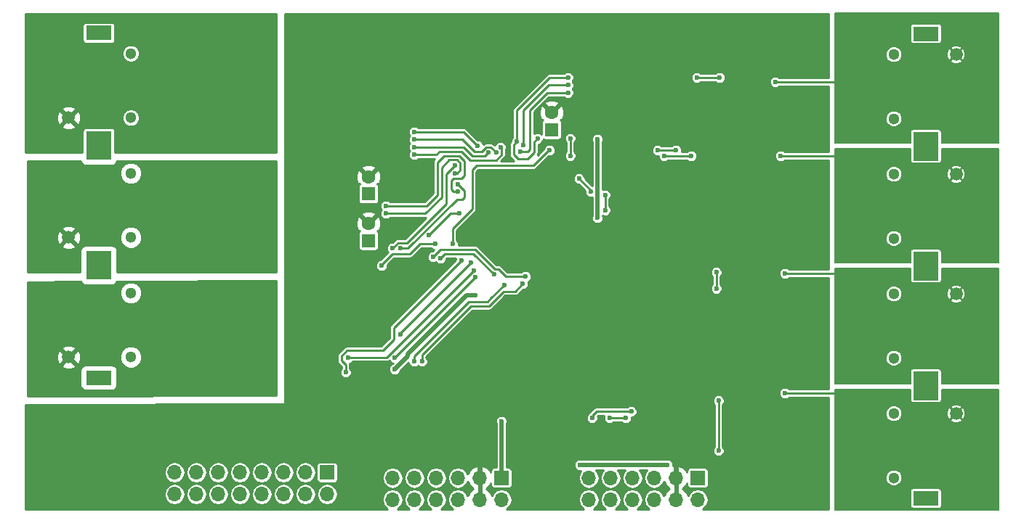
<source format=gbr>
G04 #@! TF.FileFunction,Copper,L2,Bot,Signal*
%FSLAX46Y46*%
G04 Gerber Fmt 4.6, Leading zero omitted, Abs format (unit mm)*
G04 Created by KiCad (PCBNEW 4.0.7) date Tue May  8 01:50:02 2018*
%MOMM*%
%LPD*%
G01*
G04 APERTURE LIST*
%ADD10C,0.300000*%
%ADD11C,1.300000*%
%ADD12C,1.500000*%
%ADD13R,3.000000X1.700000*%
%ADD14R,1.600000X1.600000*%
%ADD15C,1.600000*%
%ADD16R,1.700000X1.700000*%
%ADD17O,1.700000X1.700000*%
%ADD18C,0.600000*%
%ADD19C,0.500000*%
%ADD20C,0.250000*%
%ADD21C,0.254000*%
%ADD22C,0.200000*%
G04 APERTURE END LIST*
D10*
D11*
X116840000Y-109100000D03*
X116840000Y-101600000D03*
D12*
X109590000Y-109100000D03*
D13*
X113090000Y-99200000D03*
X113090000Y-111500000D03*
D14*
X165862000Y-96520000D03*
D15*
X165862000Y-94520000D03*
D14*
X144526000Y-109474000D03*
D15*
X144526000Y-107474000D03*
D14*
X144526000Y-104013000D03*
D15*
X144526000Y-102013000D03*
D16*
X139700000Y-136525000D03*
D17*
X139700000Y-139065000D03*
X137160000Y-136525000D03*
X137160000Y-139065000D03*
X134620000Y-136525000D03*
X134620000Y-139065000D03*
X132080000Y-136525000D03*
X132080000Y-139065000D03*
X129540000Y-136525000D03*
X129540000Y-139065000D03*
X127000000Y-136525000D03*
X127000000Y-139065000D03*
X124460000Y-136525000D03*
X124460000Y-139065000D03*
X121920000Y-136525000D03*
X121920000Y-139065000D03*
D11*
X205740000Y-101720000D03*
X205740000Y-109220000D03*
D12*
X212990000Y-101720000D03*
D13*
X209490000Y-111620000D03*
X209490000Y-99320000D03*
D11*
X205740000Y-115690000D03*
X205740000Y-123190000D03*
D12*
X212990000Y-115690000D03*
D13*
X209490000Y-125590000D03*
X209490000Y-113290000D03*
D11*
X205740000Y-129660000D03*
X205740000Y-137160000D03*
D12*
X212990000Y-129660000D03*
D13*
X209490000Y-139560000D03*
X209490000Y-127260000D03*
D16*
X160020000Y-137160000D03*
D17*
X160020000Y-139700000D03*
X157480000Y-137160000D03*
X157480000Y-139700000D03*
X154940000Y-137160000D03*
X154940000Y-139700000D03*
X152400000Y-137160000D03*
X152400000Y-139700000D03*
X149860000Y-137160000D03*
X149860000Y-139700000D03*
X147320000Y-137160000D03*
X147320000Y-139700000D03*
D16*
X182880000Y-137160000D03*
D17*
X182880000Y-139700000D03*
X180340000Y-137160000D03*
X180340000Y-139700000D03*
X177800000Y-137160000D03*
X177800000Y-139700000D03*
X175260000Y-137160000D03*
X175260000Y-139700000D03*
X172720000Y-137160000D03*
X172720000Y-139700000D03*
X170180000Y-137160000D03*
X170180000Y-139700000D03*
D11*
X116840000Y-123070000D03*
X116840000Y-115570000D03*
D12*
X109590000Y-123070000D03*
D13*
X113090000Y-113170000D03*
X113090000Y-125470000D03*
D11*
X116840000Y-95130000D03*
X116840000Y-87630000D03*
D12*
X109590000Y-95130000D03*
D13*
X113090000Y-85230000D03*
X113090000Y-97530000D03*
D11*
X205740000Y-87750000D03*
X205740000Y-95250000D03*
D12*
X212990000Y-87750000D03*
D13*
X209490000Y-97650000D03*
X209490000Y-85350000D03*
D18*
X171196000Y-97663000D03*
X171196000Y-106807000D03*
X179324000Y-135636000D03*
X169164000Y-135636000D03*
X160020000Y-130556000D03*
X156972000Y-115824000D03*
X147574000Y-124460000D03*
X161544000Y-102870000D03*
X159131000Y-106045000D03*
X161544000Y-109474000D03*
X164846000Y-109982000D03*
X159131000Y-109093000D03*
X165862000Y-106934000D03*
X177165000Y-103632000D03*
X179959000Y-111125000D03*
X185801000Y-126492000D03*
X183642000Y-114300000D03*
X171577000Y-113284000D03*
X183261000Y-109982000D03*
X183388000Y-123952000D03*
X180086000Y-125476000D03*
X175006000Y-106172000D03*
X177419000Y-130810000D03*
X180340000Y-133604000D03*
X177165000Y-128905000D03*
X175006000Y-124587000D03*
X175006000Y-122555000D03*
X175006000Y-116840000D03*
X160782000Y-122936000D03*
X157480000Y-134112000D03*
X158115000Y-125476000D03*
X164846000Y-120269000D03*
X167640000Y-112141000D03*
X173101000Y-114935000D03*
X175006000Y-119761000D03*
X177165000Y-126746000D03*
X127000000Y-131953000D03*
X130429000Y-130683000D03*
X135255000Y-130556000D03*
X136652000Y-129159000D03*
X132969000Y-130683000D03*
X128270000Y-130683000D03*
X123952000Y-131953000D03*
X146431000Y-116332000D03*
X143129000Y-117856000D03*
X140081000Y-118872000D03*
X138684000Y-122047000D03*
X138303000Y-127762000D03*
X138684000Y-125857000D03*
X138684000Y-123952000D03*
X138684000Y-120269000D03*
X141097000Y-117856000D03*
X144907000Y-117856000D03*
X147955000Y-114808000D03*
X149352000Y-113411000D03*
X151003000Y-111760000D03*
X156591000Y-118364000D03*
X136652000Y-102362000D03*
X136652000Y-115697000D03*
X144653000Y-134112000D03*
X136652000Y-107442000D03*
X136652000Y-89154000D03*
X123952000Y-134112000D03*
X149860000Y-97663000D03*
X159385000Y-99187000D03*
X157226000Y-98425000D03*
X149860000Y-96774000D03*
X154559000Y-101600000D03*
X146558000Y-106299000D03*
X146558000Y-105410000D03*
X154940000Y-103759000D03*
X152273000Y-109855000D03*
X146050000Y-112395000D03*
X128016000Y-89281000D03*
X128016000Y-96647000D03*
X132334000Y-89281000D03*
X132334000Y-93980000D03*
X132334000Y-103251000D03*
X127889000Y-103251000D03*
X132207000Y-108331000D03*
X127889000Y-111252000D03*
X127762000Y-116840000D03*
X127762000Y-125222000D03*
X132334000Y-116840000D03*
X132334000Y-121793000D03*
X149860000Y-99441000D03*
X159893000Y-98552000D03*
X149860000Y-98552000D03*
X158496000Y-99187000D03*
X154559000Y-100711000D03*
X147320000Y-110363000D03*
X148209000Y-110363000D03*
X154940000Y-102870000D03*
X151511000Y-108839000D03*
X155067000Y-106299000D03*
X185293000Y-128143000D03*
X185293000Y-133985000D03*
X185039000Y-115062000D03*
X185039000Y-113157000D03*
X180340000Y-98933000D03*
X178181000Y-98933000D03*
X167767000Y-91313000D03*
X162560000Y-98298000D03*
X167767000Y-92202000D03*
X162179000Y-99060000D03*
X170561000Y-130175000D03*
X175133000Y-129413000D03*
X172593000Y-130175000D03*
X174498000Y-130175000D03*
X149860000Y-123571000D03*
X160350200Y-114630200D03*
X150749000Y-123571000D03*
X162496500Y-114490500D03*
X148209000Y-120396000D03*
X156464000Y-112014000D03*
X155321000Y-111760000D03*
X141859000Y-124841000D03*
X165608000Y-98933000D03*
X154305000Y-109855000D03*
X152908000Y-111506000D03*
X159131000Y-113411000D03*
X152019000Y-111379000D03*
X162814000Y-113665000D03*
X193040000Y-127254000D03*
X200660000Y-127254000D03*
X172085000Y-104140000D03*
X172085000Y-105918000D03*
X200660000Y-113284000D03*
X193040000Y-113284000D03*
X170434000Y-103759000D03*
X169037000Y-102235000D03*
X192532000Y-99568000D03*
X200787000Y-99568000D03*
X182118000Y-99568000D03*
X178943000Y-99568000D03*
X168021000Y-99568000D03*
X168021000Y-97536000D03*
X182753000Y-90424000D03*
X167767000Y-90424000D03*
X201041000Y-90932000D03*
X191897000Y-90932000D03*
X185420000Y-90424000D03*
X164211000Y-97536000D03*
X161798000Y-97917000D03*
X156768800Y-112953800D03*
X142189200Y-123113800D03*
X156946600Y-113741200D03*
X147574000Y-123113800D03*
D19*
X171196000Y-97663000D02*
X171196000Y-106807000D01*
X169164000Y-135636000D02*
X179324000Y-135636000D01*
X160020000Y-137160000D02*
X160020000Y-130556000D01*
X149098000Y-122936000D02*
X149098000Y-122682000D01*
X155956000Y-115824000D02*
X156972000Y-115824000D01*
X149098000Y-122682000D02*
X155956000Y-115824000D01*
X149098000Y-122936000D02*
X147574000Y-124460000D01*
X162560000Y-106045000D02*
X162560000Y-103886000D01*
X162560000Y-103886000D02*
X161544000Y-102870000D01*
X159131000Y-106045000D02*
X162560000Y-106045000D01*
X162560000Y-106045000D02*
X164973000Y-106045000D01*
X161544000Y-109474000D02*
X159512000Y-109474000D01*
X162052000Y-109982000D02*
X161544000Y-109474000D01*
X164846000Y-109982000D02*
X162052000Y-109982000D01*
X159512000Y-109474000D02*
X159131000Y-109093000D01*
X159131000Y-106045000D02*
X159131000Y-109093000D01*
X164973000Y-106045000D02*
X165862000Y-106934000D01*
X177165000Y-103632000D02*
X174244000Y-100711000D01*
X175006000Y-106172000D02*
X179959000Y-111125000D01*
X180086000Y-111252000D02*
X179959000Y-111125000D01*
X185801000Y-126492000D02*
X181102000Y-126492000D01*
X183388000Y-124079000D02*
X185801000Y-126492000D01*
X183642000Y-114300000D02*
X183642000Y-123698000D01*
X183261000Y-113919000D02*
X183642000Y-114300000D01*
X177165000Y-103632000D02*
X177165000Y-103886000D01*
X171831000Y-108966000D02*
X177165000Y-103632000D01*
X171831000Y-108966000D02*
X171577000Y-113284000D01*
X177165000Y-103886000D02*
X183261000Y-109982000D01*
X183261000Y-109982000D02*
X183261000Y-113919000D01*
X183642000Y-123698000D02*
X183388000Y-123952000D01*
X183388000Y-123952000D02*
X183388000Y-124079000D01*
X181102000Y-126492000D02*
X180086000Y-125476000D01*
X180086000Y-125476000D02*
X180086000Y-111252000D01*
X177165000Y-128905000D02*
X177165000Y-130556000D01*
X180213000Y-133604000D02*
X177419000Y-130810000D01*
X180340000Y-137160000D02*
X180340000Y-133604000D01*
X180340000Y-133604000D02*
X180213000Y-133604000D01*
X177165000Y-126746000D02*
X175006000Y-124587000D01*
X175006000Y-119761000D02*
X175006000Y-116840000D01*
X171577000Y-113284000D02*
X171831000Y-113665000D01*
X164846000Y-109982000D02*
X165481000Y-109982000D01*
X160782000Y-122936000D02*
X162179000Y-122936000D01*
X158242000Y-125476000D02*
X160782000Y-122936000D01*
X157480000Y-126111000D02*
X157480000Y-134112000D01*
X157480000Y-126111000D02*
X158115000Y-125476000D01*
X158115000Y-125476000D02*
X158242000Y-125476000D01*
X162179000Y-122936000D02*
X164846000Y-120269000D01*
X164846000Y-109982000D02*
X164846000Y-120269000D01*
X165481000Y-109982000D02*
X167640000Y-112141000D01*
X171577000Y-113284000D02*
X167640000Y-112141000D01*
X171831000Y-113665000D02*
X173101000Y-114935000D01*
X175006000Y-116840000D02*
X173101000Y-114935000D01*
X175006000Y-119761000D02*
X175006000Y-122555000D01*
X175006000Y-124587000D02*
X175006000Y-122555000D01*
X177165000Y-128905000D02*
X177165000Y-126746000D01*
X177165000Y-130556000D02*
X177419000Y-130810000D01*
X123952000Y-131953000D02*
X127000000Y-131953000D01*
X128270000Y-130683000D02*
X130429000Y-130683000D01*
X135255000Y-130556000D02*
X135128000Y-130683000D01*
X135255000Y-130556000D02*
X136652000Y-129159000D01*
X135128000Y-130683000D02*
X132969000Y-130683000D01*
X130429000Y-130683000D02*
X132969000Y-130683000D01*
X127000000Y-131953000D02*
X128270000Y-130683000D01*
X151003000Y-111760000D02*
X149352000Y-113411000D01*
X147955000Y-114808000D02*
X149352000Y-113411000D01*
X144907000Y-117856000D02*
X143129000Y-117856000D01*
X141097000Y-117856000D02*
X140081000Y-118872000D01*
X138684000Y-122047000D02*
X138684000Y-120396000D01*
X138684000Y-123952000D02*
X138684000Y-125857000D01*
X138303000Y-127762000D02*
X138684000Y-127381000D01*
X136906000Y-129159000D02*
X138303000Y-127762000D01*
X136906000Y-129159000D02*
X136652000Y-129159000D01*
X138684000Y-125857000D02*
X138684000Y-127381000D01*
X138684000Y-122047000D02*
X138684000Y-123952000D01*
X138684000Y-120396000D02*
X138684000Y-120269000D01*
X140081000Y-118872000D02*
X138684000Y-120269000D01*
X143129000Y-117856000D02*
X141097000Y-117856000D01*
X146431000Y-116332000D02*
X144907000Y-117856000D01*
X146431000Y-116332000D02*
X147955000Y-114808000D01*
X136652000Y-89154000D02*
X136652000Y-102362000D01*
X136652000Y-107442000D02*
X136652000Y-115697000D01*
X136906000Y-134112000D02*
X136652000Y-133858000D01*
X136652000Y-133858000D02*
X136652000Y-129159000D01*
X136652000Y-129159000D02*
X136652000Y-115697000D01*
X136906000Y-134112000D02*
X144653000Y-134112000D01*
X136652000Y-102362000D02*
X136652000Y-107442000D01*
X123952000Y-134112000D02*
X144653000Y-134112000D01*
X157480000Y-134112000D02*
X157480000Y-137160000D01*
X144653000Y-134112000D02*
X157480000Y-134112000D01*
D20*
X158242000Y-98552000D02*
X157734000Y-99060000D01*
X149860000Y-97663000D02*
X155448000Y-97663000D01*
X158750000Y-98552000D02*
X159385000Y-99187000D01*
X158750000Y-98552000D02*
X158242000Y-98552000D01*
X156845000Y-99060000D02*
X155448000Y-97663000D01*
X157734000Y-99060000D02*
X156845000Y-99060000D01*
X155575000Y-96774000D02*
X149860000Y-96774000D01*
X155575000Y-96774000D02*
X157226000Y-98425000D01*
X151130000Y-106299000D02*
X146558000Y-106299000D01*
X154813000Y-101600000D02*
X155194000Y-101219000D01*
X155194000Y-101219000D02*
X155194000Y-100399002D01*
X155194000Y-100399002D02*
X154813000Y-100018002D01*
X154813000Y-100018002D02*
X153924000Y-100018002D01*
X153924000Y-100018002D02*
X153035000Y-100907002D01*
X153035000Y-100907002D02*
X153035000Y-104394000D01*
X153035000Y-104394000D02*
X151130000Y-106299000D01*
X154559000Y-101600000D02*
X154813000Y-101600000D01*
X151257000Y-105410000D02*
X146558000Y-105410000D01*
X154178000Y-102489000D02*
X154432000Y-102235000D01*
X154432000Y-102235000D02*
X155321000Y-102235000D01*
X155321000Y-102235000D02*
X155702000Y-101854000D01*
X155702000Y-101854000D02*
X155702000Y-100203000D01*
X152527000Y-104140000D02*
X151257000Y-105410000D01*
X154940000Y-103759000D02*
X154432000Y-103759000D01*
X152527000Y-100330000D02*
X152527000Y-104140000D01*
X153289000Y-99568000D02*
X152527000Y-100330000D01*
X155067000Y-99568000D02*
X153289000Y-99568000D01*
X155702000Y-100203000D02*
X155067000Y-99568000D01*
X154432000Y-103759000D02*
X154178000Y-103505000D01*
X154178000Y-103505000D02*
X154178000Y-102489000D01*
X146050000Y-112268000D02*
X147320000Y-110998000D01*
X147320000Y-110998000D02*
X149352000Y-110998000D01*
X149352000Y-110998000D02*
X150495000Y-109855000D01*
X150495000Y-109855000D02*
X152273000Y-109855000D01*
X146050000Y-112395000D02*
X146050000Y-112268000D01*
X128016000Y-89281000D02*
X128016000Y-96647000D01*
X132334000Y-93980000D02*
X132334000Y-89281000D01*
X115439000Y-89281000D02*
X109590000Y-95130000D01*
X115439000Y-89281000D02*
X128016000Y-89281000D01*
X132334000Y-89281000D02*
X128016000Y-89281000D01*
X132334000Y-103251000D02*
X132207000Y-103378000D01*
X127889000Y-103251000D02*
X132334000Y-103251000D01*
X132207000Y-103378000D02*
X132207000Y-108331000D01*
X127889000Y-103251000D02*
X127889000Y-111252000D01*
X115443000Y-103251000D02*
X127889000Y-103251000D01*
X115443000Y-103251000D02*
X109590000Y-109100000D01*
X127762000Y-116840000D02*
X127762000Y-125222000D01*
X132334000Y-121793000D02*
X132334000Y-116840000D01*
X115820000Y-116840000D02*
X127762000Y-116840000D01*
X115820000Y-116840000D02*
X109590000Y-123070000D01*
X127762000Y-116840000D02*
X132334000Y-116840000D01*
X155321000Y-99060000D02*
X156210000Y-99949000D01*
X152781000Y-99060000D02*
X152400000Y-99441000D01*
X155321000Y-99060000D02*
X152781000Y-99060000D01*
X159385000Y-100076000D02*
X156337000Y-100076000D01*
X160020000Y-99441000D02*
X159385000Y-100076000D01*
X160020000Y-98679000D02*
X160020000Y-99441000D01*
X159893000Y-98552000D02*
X160020000Y-98679000D01*
X152400000Y-99441000D02*
X149860000Y-99441000D01*
X156210000Y-99949000D02*
X156337000Y-100076000D01*
X156210000Y-99949000D02*
X156210000Y-99949000D01*
X155575000Y-98552000D02*
X156648998Y-99625998D01*
X155575000Y-98552000D02*
X149860000Y-98552000D01*
X158057002Y-99625998D02*
X158496000Y-99187000D01*
X156648998Y-99625998D02*
X158057002Y-99625998D01*
X154559000Y-100711000D02*
X153543000Y-101727000D01*
X153543000Y-105156000D02*
X148971000Y-109728000D01*
X148971000Y-109728000D02*
X147955000Y-109728000D01*
X147320000Y-110363000D02*
X147955000Y-109728000D01*
X153543000Y-101727000D02*
X153543000Y-105156000D01*
X154813000Y-104648000D02*
X149098000Y-110363000D01*
X149098000Y-110363000D02*
X148209000Y-110363000D01*
X155448000Y-104648000D02*
X154813000Y-104648000D01*
X155702000Y-104394000D02*
X155448000Y-104648000D01*
X155702000Y-103632000D02*
X155702000Y-104394000D01*
X154940000Y-102870000D02*
X155702000Y-103632000D01*
X155067000Y-106299000D02*
X154051000Y-106299000D01*
X154051000Y-106299000D02*
X151511000Y-108839000D01*
X185293000Y-128143000D02*
X185293000Y-133985000D01*
X185039000Y-113157000D02*
X185039000Y-115062000D01*
X178181000Y-98933000D02*
X180340000Y-98933000D01*
X162560000Y-94234000D02*
X165481000Y-91313000D01*
X165481000Y-91313000D02*
X167767000Y-91313000D01*
X162560000Y-98298000D02*
X162560000Y-96901000D01*
X162560000Y-96901000D02*
X162560000Y-94234000D01*
X163322000Y-94234000D02*
X165354000Y-92202000D01*
X165354000Y-92202000D02*
X167767000Y-92202000D01*
X162179000Y-99060000D02*
X163068000Y-99060000D01*
X163322000Y-98806000D02*
X163322000Y-96520000D01*
X163068000Y-99060000D02*
X163322000Y-98806000D01*
X163322000Y-96520000D02*
X163322000Y-94234000D01*
X170561000Y-129921000D02*
X170561000Y-130175000D01*
X171069000Y-129413000D02*
X170561000Y-129921000D01*
X175133000Y-129413000D02*
X171069000Y-129413000D01*
X174498000Y-130175000D02*
X172593000Y-130175000D01*
X160350200Y-114630200D02*
X158750000Y-116205000D01*
X149860000Y-122936000D02*
X149860000Y-123571000D01*
X156210000Y-116586000D02*
X149860000Y-122936000D01*
X158369000Y-116586000D02*
X156210000Y-116586000D01*
X158750000Y-116205000D02*
X158369000Y-116586000D01*
X150749000Y-122809000D02*
X150749000Y-123571000D01*
X156464000Y-117094000D02*
X150749000Y-122809000D01*
X158559500Y-117094000D02*
X156464000Y-117094000D01*
X160274000Y-115379500D02*
X158559500Y-117094000D01*
X161607500Y-115379500D02*
X160274000Y-115379500D01*
X162496500Y-114490500D02*
X161607500Y-115379500D01*
X148209000Y-120396000D02*
X148209000Y-120269000D01*
X148209000Y-120269000D02*
X156464000Y-112014000D01*
X155321000Y-111760000D02*
X147447000Y-119634000D01*
X147447000Y-119634000D02*
X147447000Y-121031000D01*
X147447000Y-121031000D02*
X146177000Y-122301000D01*
X146177000Y-122301000D02*
X141986000Y-122301000D01*
X141986000Y-122301000D02*
X141351000Y-122936000D01*
X141351000Y-122936000D02*
X141351000Y-123444000D01*
X141351000Y-123444000D02*
X141859000Y-123952000D01*
X141859000Y-123952000D02*
X141859000Y-124841000D01*
X165608000Y-98933000D02*
X165544500Y-98869500D01*
X165544500Y-98869500D02*
X165608000Y-98933000D01*
X165608000Y-98933000D02*
X165608000Y-98806000D01*
X154305000Y-109855000D02*
X154305000Y-108077000D01*
X163703000Y-100711000D02*
X165608000Y-98806000D01*
X165608000Y-98806000D02*
X165608000Y-98806000D01*
X157099000Y-100711000D02*
X163703000Y-100711000D01*
X156591000Y-101219000D02*
X157099000Y-100711000D01*
X156591000Y-105791000D02*
X156591000Y-101219000D01*
X154305000Y-108077000D02*
X156591000Y-105791000D01*
X153416000Y-110998000D02*
X156718000Y-110998000D01*
X152908000Y-111506000D02*
X153416000Y-110998000D01*
X159131000Y-113411000D02*
X156718000Y-110998000D01*
X152019000Y-111379000D02*
X152908000Y-110490000D01*
X160528000Y-113665000D02*
X162814000Y-113665000D01*
X152908000Y-110490000D02*
X156972000Y-110490000D01*
X156972000Y-110490000D02*
X159258000Y-112776000D01*
X159258000Y-112776000D02*
X159639000Y-112776000D01*
X159639000Y-112776000D02*
X160528000Y-113665000D01*
X193040000Y-127254000D02*
X200660000Y-127254000D01*
X172085000Y-104140000D02*
X172085000Y-105918000D01*
X193040000Y-113284000D02*
X200660000Y-113284000D01*
X170434000Y-103632000D02*
X170434000Y-103759000D01*
X169037000Y-102235000D02*
X170434000Y-103632000D01*
X192532000Y-99568000D02*
X200787000Y-99568000D01*
X182118000Y-99568000D02*
X178943000Y-99568000D01*
X168021000Y-97536000D02*
X168021000Y-99568000D01*
X182753000Y-90424000D02*
X185420000Y-90424000D01*
X161798000Y-94234000D02*
X165608000Y-90424000D01*
X167767000Y-90424000D02*
X165608000Y-90424000D01*
X161798000Y-97917000D02*
X161798000Y-95377000D01*
X161798000Y-95377000D02*
X161798000Y-94234000D01*
X191897000Y-90932000D02*
X201041000Y-90932000D01*
X164211000Y-97536000D02*
X163830000Y-97917000D01*
X161417000Y-98298000D02*
X161798000Y-97917000D01*
X161417000Y-99441000D02*
X161417000Y-98298000D01*
X161925000Y-99949000D02*
X161417000Y-99441000D01*
X163068000Y-99949000D02*
X161925000Y-99949000D01*
X163830000Y-99187000D02*
X163068000Y-99949000D01*
X163830000Y-97917000D02*
X163830000Y-99187000D01*
X146634200Y-123088400D02*
X156768800Y-112953800D01*
X142214600Y-123088400D02*
X146634200Y-123088400D01*
X142189200Y-123113800D02*
X142214600Y-123088400D01*
X147574000Y-123113800D02*
X156946600Y-113741200D01*
D21*
G36*
X133731000Y-127508541D02*
X104825000Y-127632071D01*
X104825000Y-124620000D01*
X110942560Y-124620000D01*
X110942560Y-126320000D01*
X110986838Y-126555317D01*
X111125910Y-126771441D01*
X111338110Y-126916431D01*
X111590000Y-126967440D01*
X114590000Y-126967440D01*
X114825317Y-126923162D01*
X115041441Y-126784090D01*
X115186431Y-126571890D01*
X115237440Y-126320000D01*
X115237440Y-124620000D01*
X115193162Y-124384683D01*
X115054090Y-124168559D01*
X114841890Y-124023569D01*
X114590000Y-123972560D01*
X111590000Y-123972560D01*
X111354683Y-124016838D01*
X111138559Y-124155910D01*
X110993569Y-124368110D01*
X110942560Y-124620000D01*
X104825000Y-124620000D01*
X104825000Y-124041517D01*
X108798088Y-124041517D01*
X108866077Y-124282460D01*
X109385171Y-124467201D01*
X109935448Y-124439230D01*
X110313923Y-124282460D01*
X110381912Y-124041517D01*
X109590000Y-123249605D01*
X108798088Y-124041517D01*
X104825000Y-124041517D01*
X104825000Y-122865171D01*
X108192799Y-122865171D01*
X108220770Y-123415448D01*
X108377540Y-123793923D01*
X108618483Y-123861912D01*
X109410395Y-123070000D01*
X109769605Y-123070000D01*
X110561517Y-123861912D01*
X110802460Y-123793923D01*
X110969530Y-123324481D01*
X115554777Y-123324481D01*
X115749995Y-123796943D01*
X116111155Y-124158735D01*
X116583276Y-124354777D01*
X117094481Y-124355223D01*
X117566943Y-124160005D01*
X117928735Y-123798845D01*
X118124777Y-123326724D01*
X118125223Y-122815519D01*
X117930005Y-122343057D01*
X117568845Y-121981265D01*
X117096724Y-121785223D01*
X116585519Y-121784777D01*
X116113057Y-121979995D01*
X115751265Y-122341155D01*
X115555223Y-122813276D01*
X115554777Y-123324481D01*
X110969530Y-123324481D01*
X110987201Y-123274829D01*
X110959230Y-122724552D01*
X110802460Y-122346077D01*
X110561517Y-122278088D01*
X109769605Y-123070000D01*
X109410395Y-123070000D01*
X108618483Y-122278088D01*
X108377540Y-122346077D01*
X108192799Y-122865171D01*
X104825000Y-122865171D01*
X104825000Y-122098483D01*
X108798088Y-122098483D01*
X109590000Y-122890395D01*
X110381912Y-122098483D01*
X110313923Y-121857540D01*
X109794829Y-121672799D01*
X109244552Y-121700770D01*
X108866077Y-121857540D01*
X108798088Y-122098483D01*
X104825000Y-122098483D01*
X104825000Y-115824481D01*
X115554777Y-115824481D01*
X115749995Y-116296943D01*
X116111155Y-116658735D01*
X116583276Y-116854777D01*
X117094481Y-116855223D01*
X117566943Y-116660005D01*
X117928735Y-116298845D01*
X118124777Y-115826724D01*
X118125223Y-115315519D01*
X117930005Y-114843057D01*
X117568845Y-114481265D01*
X117096724Y-114285223D01*
X116585519Y-114284777D01*
X116113057Y-114479995D01*
X115751265Y-114841155D01*
X115555223Y-115313276D01*
X115554777Y-115824481D01*
X104825000Y-115824481D01*
X104825000Y-114297074D01*
X110996736Y-114270699D01*
X111125910Y-114471441D01*
X111338110Y-114616431D01*
X111590000Y-114667440D01*
X114590000Y-114667440D01*
X114825317Y-114623162D01*
X115041441Y-114484090D01*
X115186431Y-114271890D01*
X115190301Y-114252778D01*
X133731000Y-114173544D01*
X133731000Y-127508541D01*
X133731000Y-127508541D01*
G37*
X133731000Y-127508541D02*
X104825000Y-127632071D01*
X104825000Y-124620000D01*
X110942560Y-124620000D01*
X110942560Y-126320000D01*
X110986838Y-126555317D01*
X111125910Y-126771441D01*
X111338110Y-126916431D01*
X111590000Y-126967440D01*
X114590000Y-126967440D01*
X114825317Y-126923162D01*
X115041441Y-126784090D01*
X115186431Y-126571890D01*
X115237440Y-126320000D01*
X115237440Y-124620000D01*
X115193162Y-124384683D01*
X115054090Y-124168559D01*
X114841890Y-124023569D01*
X114590000Y-123972560D01*
X111590000Y-123972560D01*
X111354683Y-124016838D01*
X111138559Y-124155910D01*
X110993569Y-124368110D01*
X110942560Y-124620000D01*
X104825000Y-124620000D01*
X104825000Y-124041517D01*
X108798088Y-124041517D01*
X108866077Y-124282460D01*
X109385171Y-124467201D01*
X109935448Y-124439230D01*
X110313923Y-124282460D01*
X110381912Y-124041517D01*
X109590000Y-123249605D01*
X108798088Y-124041517D01*
X104825000Y-124041517D01*
X104825000Y-122865171D01*
X108192799Y-122865171D01*
X108220770Y-123415448D01*
X108377540Y-123793923D01*
X108618483Y-123861912D01*
X109410395Y-123070000D01*
X109769605Y-123070000D01*
X110561517Y-123861912D01*
X110802460Y-123793923D01*
X110969530Y-123324481D01*
X115554777Y-123324481D01*
X115749995Y-123796943D01*
X116111155Y-124158735D01*
X116583276Y-124354777D01*
X117094481Y-124355223D01*
X117566943Y-124160005D01*
X117928735Y-123798845D01*
X118124777Y-123326724D01*
X118125223Y-122815519D01*
X117930005Y-122343057D01*
X117568845Y-121981265D01*
X117096724Y-121785223D01*
X116585519Y-121784777D01*
X116113057Y-121979995D01*
X115751265Y-122341155D01*
X115555223Y-122813276D01*
X115554777Y-123324481D01*
X110969530Y-123324481D01*
X110987201Y-123274829D01*
X110959230Y-122724552D01*
X110802460Y-122346077D01*
X110561517Y-122278088D01*
X109769605Y-123070000D01*
X109410395Y-123070000D01*
X108618483Y-122278088D01*
X108377540Y-122346077D01*
X108192799Y-122865171D01*
X104825000Y-122865171D01*
X104825000Y-122098483D01*
X108798088Y-122098483D01*
X109590000Y-122890395D01*
X110381912Y-122098483D01*
X110313923Y-121857540D01*
X109794829Y-121672799D01*
X109244552Y-121700770D01*
X108866077Y-121857540D01*
X108798088Y-122098483D01*
X104825000Y-122098483D01*
X104825000Y-115824481D01*
X115554777Y-115824481D01*
X115749995Y-116296943D01*
X116111155Y-116658735D01*
X116583276Y-116854777D01*
X117094481Y-116855223D01*
X117566943Y-116660005D01*
X117928735Y-116298845D01*
X118124777Y-115826724D01*
X118125223Y-115315519D01*
X117930005Y-114843057D01*
X117568845Y-114481265D01*
X117096724Y-114285223D01*
X116585519Y-114284777D01*
X116113057Y-114479995D01*
X115751265Y-114841155D01*
X115555223Y-115313276D01*
X115554777Y-115824481D01*
X104825000Y-115824481D01*
X104825000Y-114297074D01*
X110996736Y-114270699D01*
X111125910Y-114471441D01*
X111338110Y-114616431D01*
X111590000Y-114667440D01*
X114590000Y-114667440D01*
X114825317Y-114623162D01*
X115041441Y-114484090D01*
X115186431Y-114271890D01*
X115190301Y-114252778D01*
X133731000Y-114173544D01*
X133731000Y-127508541D01*
G36*
X110986838Y-100285317D02*
X111125910Y-100501441D01*
X111338110Y-100646431D01*
X111590000Y-100697440D01*
X114590000Y-100697440D01*
X114825317Y-100653162D01*
X115041441Y-100514090D01*
X115186431Y-100301890D01*
X115206457Y-100203000D01*
X133731000Y-100203000D01*
X133731000Y-113157000D01*
X115237440Y-113157000D01*
X115237440Y-110650000D01*
X115193162Y-110414683D01*
X115054090Y-110198559D01*
X114841890Y-110053569D01*
X114590000Y-110002560D01*
X111590000Y-110002560D01*
X111354683Y-110046838D01*
X111138559Y-110185910D01*
X110993569Y-110398110D01*
X110942560Y-110650000D01*
X110942560Y-113157000D01*
X104825000Y-113157000D01*
X104825000Y-110071517D01*
X108798088Y-110071517D01*
X108866077Y-110312460D01*
X109385171Y-110497201D01*
X109935448Y-110469230D01*
X110313923Y-110312460D01*
X110381912Y-110071517D01*
X109590000Y-109279605D01*
X108798088Y-110071517D01*
X104825000Y-110071517D01*
X104825000Y-108895171D01*
X108192799Y-108895171D01*
X108220770Y-109445448D01*
X108377540Y-109823923D01*
X108618483Y-109891912D01*
X109410395Y-109100000D01*
X109769605Y-109100000D01*
X110561517Y-109891912D01*
X110802460Y-109823923D01*
X110969530Y-109354481D01*
X115554777Y-109354481D01*
X115749995Y-109826943D01*
X116111155Y-110188735D01*
X116583276Y-110384777D01*
X117094481Y-110385223D01*
X117566943Y-110190005D01*
X117928735Y-109828845D01*
X118124777Y-109356724D01*
X118125223Y-108845519D01*
X117930005Y-108373057D01*
X117568845Y-108011265D01*
X117096724Y-107815223D01*
X116585519Y-107814777D01*
X116113057Y-108009995D01*
X115751265Y-108371155D01*
X115555223Y-108843276D01*
X115554777Y-109354481D01*
X110969530Y-109354481D01*
X110987201Y-109304829D01*
X110959230Y-108754552D01*
X110802460Y-108376077D01*
X110561517Y-108308088D01*
X109769605Y-109100000D01*
X109410395Y-109100000D01*
X108618483Y-108308088D01*
X108377540Y-108376077D01*
X108192799Y-108895171D01*
X104825000Y-108895171D01*
X104825000Y-108128483D01*
X108798088Y-108128483D01*
X109590000Y-108920395D01*
X110381912Y-108128483D01*
X110313923Y-107887540D01*
X109794829Y-107702799D01*
X109244552Y-107730770D01*
X108866077Y-107887540D01*
X108798088Y-108128483D01*
X104825000Y-108128483D01*
X104825000Y-101854481D01*
X115554777Y-101854481D01*
X115749995Y-102326943D01*
X116111155Y-102688735D01*
X116583276Y-102884777D01*
X117094481Y-102885223D01*
X117566943Y-102690005D01*
X117928735Y-102328845D01*
X118124777Y-101856724D01*
X118125223Y-101345519D01*
X117930005Y-100873057D01*
X117568845Y-100511265D01*
X117096724Y-100315223D01*
X116585519Y-100314777D01*
X116113057Y-100509995D01*
X115751265Y-100871155D01*
X115555223Y-101343276D01*
X115554777Y-101854481D01*
X104825000Y-101854481D01*
X104825000Y-100203000D01*
X110971349Y-100203000D01*
X110986838Y-100285317D01*
X110986838Y-100285317D01*
G37*
X110986838Y-100285317D02*
X111125910Y-100501441D01*
X111338110Y-100646431D01*
X111590000Y-100697440D01*
X114590000Y-100697440D01*
X114825317Y-100653162D01*
X115041441Y-100514090D01*
X115186431Y-100301890D01*
X115206457Y-100203000D01*
X133731000Y-100203000D01*
X133731000Y-113157000D01*
X115237440Y-113157000D01*
X115237440Y-110650000D01*
X115193162Y-110414683D01*
X115054090Y-110198559D01*
X114841890Y-110053569D01*
X114590000Y-110002560D01*
X111590000Y-110002560D01*
X111354683Y-110046838D01*
X111138559Y-110185910D01*
X110993569Y-110398110D01*
X110942560Y-110650000D01*
X110942560Y-113157000D01*
X104825000Y-113157000D01*
X104825000Y-110071517D01*
X108798088Y-110071517D01*
X108866077Y-110312460D01*
X109385171Y-110497201D01*
X109935448Y-110469230D01*
X110313923Y-110312460D01*
X110381912Y-110071517D01*
X109590000Y-109279605D01*
X108798088Y-110071517D01*
X104825000Y-110071517D01*
X104825000Y-108895171D01*
X108192799Y-108895171D01*
X108220770Y-109445448D01*
X108377540Y-109823923D01*
X108618483Y-109891912D01*
X109410395Y-109100000D01*
X109769605Y-109100000D01*
X110561517Y-109891912D01*
X110802460Y-109823923D01*
X110969530Y-109354481D01*
X115554777Y-109354481D01*
X115749995Y-109826943D01*
X116111155Y-110188735D01*
X116583276Y-110384777D01*
X117094481Y-110385223D01*
X117566943Y-110190005D01*
X117928735Y-109828845D01*
X118124777Y-109356724D01*
X118125223Y-108845519D01*
X117930005Y-108373057D01*
X117568845Y-108011265D01*
X117096724Y-107815223D01*
X116585519Y-107814777D01*
X116113057Y-108009995D01*
X115751265Y-108371155D01*
X115555223Y-108843276D01*
X115554777Y-109354481D01*
X110969530Y-109354481D01*
X110987201Y-109304829D01*
X110959230Y-108754552D01*
X110802460Y-108376077D01*
X110561517Y-108308088D01*
X109769605Y-109100000D01*
X109410395Y-109100000D01*
X108618483Y-108308088D01*
X108377540Y-108376077D01*
X108192799Y-108895171D01*
X104825000Y-108895171D01*
X104825000Y-108128483D01*
X108798088Y-108128483D01*
X109590000Y-108920395D01*
X110381912Y-108128483D01*
X110313923Y-107887540D01*
X109794829Y-107702799D01*
X109244552Y-107730770D01*
X108866077Y-107887540D01*
X108798088Y-108128483D01*
X104825000Y-108128483D01*
X104825000Y-101854481D01*
X115554777Y-101854481D01*
X115749995Y-102326943D01*
X116111155Y-102688735D01*
X116583276Y-102884777D01*
X117094481Y-102885223D01*
X117566943Y-102690005D01*
X117928735Y-102328845D01*
X118124777Y-101856724D01*
X118125223Y-101345519D01*
X117930005Y-100873057D01*
X117568845Y-100511265D01*
X117096724Y-100315223D01*
X116585519Y-100314777D01*
X116113057Y-100509995D01*
X115751265Y-100871155D01*
X115555223Y-101343276D01*
X115554777Y-101854481D01*
X104825000Y-101854481D01*
X104825000Y-100203000D01*
X110971349Y-100203000D01*
X110986838Y-100285317D01*
G36*
X133731000Y-99187000D02*
X114974385Y-99187000D01*
X114974385Y-96680000D01*
X114948097Y-96540292D01*
X114865530Y-96411980D01*
X114739547Y-96325899D01*
X114590000Y-96295615D01*
X111590000Y-96295615D01*
X111450292Y-96321903D01*
X111321980Y-96404470D01*
X111235899Y-96530453D01*
X111205615Y-96680000D01*
X111205615Y-99187000D01*
X104567000Y-99187000D01*
X104567000Y-96101517D01*
X108798088Y-96101517D01*
X108866077Y-96342460D01*
X109385171Y-96527201D01*
X109935448Y-96499230D01*
X110313923Y-96342460D01*
X110381912Y-96101517D01*
X109590000Y-95309605D01*
X108798088Y-96101517D01*
X104567000Y-96101517D01*
X104567000Y-94925171D01*
X108192799Y-94925171D01*
X108220770Y-95475448D01*
X108377540Y-95853923D01*
X108618483Y-95921912D01*
X109410395Y-95130000D01*
X109769605Y-95130000D01*
X110561517Y-95921912D01*
X110802460Y-95853923D01*
X110987201Y-95334829D01*
X110987128Y-95333387D01*
X115812822Y-95333387D01*
X115968844Y-95710989D01*
X116257492Y-96000140D01*
X116634821Y-96156821D01*
X117043387Y-96157178D01*
X117420989Y-96001156D01*
X117710140Y-95712508D01*
X117866821Y-95335179D01*
X117867178Y-94926613D01*
X117711156Y-94549011D01*
X117422508Y-94259860D01*
X117045179Y-94103179D01*
X116636613Y-94102822D01*
X116259011Y-94258844D01*
X115969860Y-94547492D01*
X115813179Y-94924821D01*
X115812822Y-95333387D01*
X110987128Y-95333387D01*
X110959230Y-94784552D01*
X110802460Y-94406077D01*
X110561517Y-94338088D01*
X109769605Y-95130000D01*
X109410395Y-95130000D01*
X108618483Y-94338088D01*
X108377540Y-94406077D01*
X108192799Y-94925171D01*
X104567000Y-94925171D01*
X104567000Y-94158483D01*
X108798088Y-94158483D01*
X109590000Y-94950395D01*
X110381912Y-94158483D01*
X110313923Y-93917540D01*
X109794829Y-93732799D01*
X109244552Y-93760770D01*
X108866077Y-93917540D01*
X108798088Y-94158483D01*
X104567000Y-94158483D01*
X104567000Y-87833387D01*
X115812822Y-87833387D01*
X115968844Y-88210989D01*
X116257492Y-88500140D01*
X116634821Y-88656821D01*
X117043387Y-88657178D01*
X117420989Y-88501156D01*
X117710140Y-88212508D01*
X117866821Y-87835179D01*
X117867178Y-87426613D01*
X117711156Y-87049011D01*
X117422508Y-86759860D01*
X117045179Y-86603179D01*
X116636613Y-86602822D01*
X116259011Y-86758844D01*
X115969860Y-87047492D01*
X115813179Y-87424821D01*
X115812822Y-87833387D01*
X104567000Y-87833387D01*
X104567000Y-84380000D01*
X111205615Y-84380000D01*
X111205615Y-86080000D01*
X111231903Y-86219708D01*
X111314470Y-86348020D01*
X111440453Y-86434101D01*
X111590000Y-86464385D01*
X114590000Y-86464385D01*
X114729708Y-86438097D01*
X114858020Y-86355530D01*
X114944101Y-86229547D01*
X114974385Y-86080000D01*
X114974385Y-84380000D01*
X114948097Y-84240292D01*
X114865530Y-84111980D01*
X114739547Y-84025899D01*
X114590000Y-83995615D01*
X111590000Y-83995615D01*
X111450292Y-84021903D01*
X111321980Y-84104470D01*
X111235899Y-84230453D01*
X111205615Y-84380000D01*
X104567000Y-84380000D01*
X104567000Y-82977000D01*
X133731000Y-82977000D01*
X133731000Y-99187000D01*
X133731000Y-99187000D01*
G37*
X133731000Y-99187000D02*
X114974385Y-99187000D01*
X114974385Y-96680000D01*
X114948097Y-96540292D01*
X114865530Y-96411980D01*
X114739547Y-96325899D01*
X114590000Y-96295615D01*
X111590000Y-96295615D01*
X111450292Y-96321903D01*
X111321980Y-96404470D01*
X111235899Y-96530453D01*
X111205615Y-96680000D01*
X111205615Y-99187000D01*
X104567000Y-99187000D01*
X104567000Y-96101517D01*
X108798088Y-96101517D01*
X108866077Y-96342460D01*
X109385171Y-96527201D01*
X109935448Y-96499230D01*
X110313923Y-96342460D01*
X110381912Y-96101517D01*
X109590000Y-95309605D01*
X108798088Y-96101517D01*
X104567000Y-96101517D01*
X104567000Y-94925171D01*
X108192799Y-94925171D01*
X108220770Y-95475448D01*
X108377540Y-95853923D01*
X108618483Y-95921912D01*
X109410395Y-95130000D01*
X109769605Y-95130000D01*
X110561517Y-95921912D01*
X110802460Y-95853923D01*
X110987201Y-95334829D01*
X110987128Y-95333387D01*
X115812822Y-95333387D01*
X115968844Y-95710989D01*
X116257492Y-96000140D01*
X116634821Y-96156821D01*
X117043387Y-96157178D01*
X117420989Y-96001156D01*
X117710140Y-95712508D01*
X117866821Y-95335179D01*
X117867178Y-94926613D01*
X117711156Y-94549011D01*
X117422508Y-94259860D01*
X117045179Y-94103179D01*
X116636613Y-94102822D01*
X116259011Y-94258844D01*
X115969860Y-94547492D01*
X115813179Y-94924821D01*
X115812822Y-95333387D01*
X110987128Y-95333387D01*
X110959230Y-94784552D01*
X110802460Y-94406077D01*
X110561517Y-94338088D01*
X109769605Y-95130000D01*
X109410395Y-95130000D01*
X108618483Y-94338088D01*
X108377540Y-94406077D01*
X108192799Y-94925171D01*
X104567000Y-94925171D01*
X104567000Y-94158483D01*
X108798088Y-94158483D01*
X109590000Y-94950395D01*
X110381912Y-94158483D01*
X110313923Y-93917540D01*
X109794829Y-93732799D01*
X109244552Y-93760770D01*
X108866077Y-93917540D01*
X108798088Y-94158483D01*
X104567000Y-94158483D01*
X104567000Y-87833387D01*
X115812822Y-87833387D01*
X115968844Y-88210989D01*
X116257492Y-88500140D01*
X116634821Y-88656821D01*
X117043387Y-88657178D01*
X117420989Y-88501156D01*
X117710140Y-88212508D01*
X117866821Y-87835179D01*
X117867178Y-87426613D01*
X117711156Y-87049011D01*
X117422508Y-86759860D01*
X117045179Y-86603179D01*
X116636613Y-86602822D01*
X116259011Y-86758844D01*
X115969860Y-87047492D01*
X115813179Y-87424821D01*
X115812822Y-87833387D01*
X104567000Y-87833387D01*
X104567000Y-84380000D01*
X111205615Y-84380000D01*
X111205615Y-86080000D01*
X111231903Y-86219708D01*
X111314470Y-86348020D01*
X111440453Y-86434101D01*
X111590000Y-86464385D01*
X114590000Y-86464385D01*
X114729708Y-86438097D01*
X114858020Y-86355530D01*
X114944101Y-86229547D01*
X114974385Y-86080000D01*
X114974385Y-84380000D01*
X114948097Y-84240292D01*
X114865530Y-84111980D01*
X114739547Y-84025899D01*
X114590000Y-83995615D01*
X111590000Y-83995615D01*
X111450292Y-84021903D01*
X111321980Y-84104470D01*
X111235899Y-84230453D01*
X111205615Y-84380000D01*
X104567000Y-84380000D01*
X104567000Y-82977000D01*
X133731000Y-82977000D01*
X133731000Y-99187000D01*
G36*
X198120000Y-90430000D02*
X192352463Y-90430000D01*
X192280990Y-90358402D01*
X192032254Y-90255118D01*
X191762927Y-90254883D01*
X191514011Y-90357733D01*
X191323402Y-90548010D01*
X191220118Y-90796746D01*
X191219883Y-91066073D01*
X191322733Y-91314989D01*
X191513010Y-91505598D01*
X191761746Y-91608882D01*
X192031073Y-91609117D01*
X192279989Y-91506267D01*
X192352382Y-91434000D01*
X198120000Y-91434000D01*
X198120000Y-99066000D01*
X192987463Y-99066000D01*
X192915990Y-98994402D01*
X192667254Y-98891118D01*
X192397927Y-98890883D01*
X192149011Y-98993733D01*
X191958402Y-99184010D01*
X191855118Y-99432746D01*
X191854883Y-99702073D01*
X191957733Y-99950989D01*
X192148010Y-100141598D01*
X192396746Y-100244882D01*
X192666073Y-100245117D01*
X192914989Y-100142267D01*
X192987382Y-100070000D01*
X198120000Y-100070000D01*
X198120000Y-112782000D01*
X193495463Y-112782000D01*
X193423990Y-112710402D01*
X193175254Y-112607118D01*
X192905927Y-112606883D01*
X192657011Y-112709733D01*
X192466402Y-112900010D01*
X192363118Y-113148746D01*
X192362883Y-113418073D01*
X192465733Y-113666989D01*
X192656010Y-113857598D01*
X192904746Y-113960882D01*
X193174073Y-113961117D01*
X193422989Y-113858267D01*
X193495382Y-113786000D01*
X198120000Y-113786000D01*
X198120000Y-126752000D01*
X193495463Y-126752000D01*
X193423990Y-126680402D01*
X193175254Y-126577118D01*
X192905927Y-126576883D01*
X192657011Y-126679733D01*
X192466402Y-126870010D01*
X192363118Y-127118746D01*
X192362883Y-127388073D01*
X192465733Y-127636989D01*
X192656010Y-127827598D01*
X192904746Y-127930882D01*
X193174073Y-127931117D01*
X193422989Y-127828267D01*
X193495382Y-127756000D01*
X198120000Y-127756000D01*
X198120000Y-140797000D01*
X183440304Y-140797000D01*
X183747620Y-140591658D01*
X184013600Y-140193591D01*
X184107000Y-139724038D01*
X184107000Y-139675962D01*
X184013600Y-139206409D01*
X183747620Y-138808342D01*
X183349553Y-138542362D01*
X182880000Y-138448962D01*
X182410447Y-138542362D01*
X182012380Y-138808342D01*
X181746400Y-139206409D01*
X181737738Y-139249954D01*
X181535183Y-138818642D01*
X181108729Y-138430000D01*
X181535183Y-138041358D01*
X181645615Y-137806209D01*
X181645615Y-138010000D01*
X181671903Y-138149708D01*
X181754470Y-138278020D01*
X181880453Y-138364101D01*
X182030000Y-138394385D01*
X183730000Y-138394385D01*
X183869708Y-138368097D01*
X183998020Y-138285530D01*
X184084101Y-138159547D01*
X184114385Y-138010000D01*
X184114385Y-136310000D01*
X184088097Y-136170292D01*
X184005530Y-136041980D01*
X183879547Y-135955899D01*
X183730000Y-135925615D01*
X182030000Y-135925615D01*
X181890292Y-135951903D01*
X181761980Y-136034470D01*
X181675899Y-136160453D01*
X181645615Y-136310000D01*
X181645615Y-136513791D01*
X181535183Y-136278642D01*
X181106924Y-135888355D01*
X180696890Y-135718524D01*
X180467000Y-135839845D01*
X180467000Y-137033000D01*
X180487000Y-137033000D01*
X180487000Y-137287000D01*
X180467000Y-137287000D01*
X180467000Y-139573000D01*
X180487000Y-139573000D01*
X180487000Y-139827000D01*
X180467000Y-139827000D01*
X180467000Y-139847000D01*
X180213000Y-139847000D01*
X180213000Y-139827000D01*
X180193000Y-139827000D01*
X180193000Y-139573000D01*
X180213000Y-139573000D01*
X180213000Y-137287000D01*
X180193000Y-137287000D01*
X180193000Y-137033000D01*
X180213000Y-137033000D01*
X180213000Y-135839845D01*
X180000920Y-135727923D01*
X180001117Y-135501927D01*
X179898267Y-135253011D01*
X179707990Y-135062402D01*
X179459254Y-134959118D01*
X179189927Y-134958883D01*
X179068635Y-135009000D01*
X169419383Y-135009000D01*
X169299254Y-134959118D01*
X169029927Y-134958883D01*
X168781011Y-135061733D01*
X168590402Y-135252010D01*
X168487118Y-135500746D01*
X168486883Y-135770073D01*
X168589733Y-136018989D01*
X168780010Y-136209598D01*
X169028746Y-136312882D01*
X169282471Y-136313103D01*
X169046400Y-136666409D01*
X168953000Y-137135962D01*
X168953000Y-137184038D01*
X169046400Y-137653591D01*
X169312380Y-138051658D01*
X169710447Y-138317638D01*
X170180000Y-138411038D01*
X170649553Y-138317638D01*
X171047620Y-138051658D01*
X171313600Y-137653591D01*
X171407000Y-137184038D01*
X171407000Y-137135962D01*
X171313600Y-136666409D01*
X171047620Y-136268342D01*
X171039625Y-136263000D01*
X171860375Y-136263000D01*
X171852380Y-136268342D01*
X171586400Y-136666409D01*
X171493000Y-137135962D01*
X171493000Y-137184038D01*
X171586400Y-137653591D01*
X171852380Y-138051658D01*
X172250447Y-138317638D01*
X172720000Y-138411038D01*
X173189553Y-138317638D01*
X173587620Y-138051658D01*
X173853600Y-137653591D01*
X173947000Y-137184038D01*
X173947000Y-137135962D01*
X173853600Y-136666409D01*
X173587620Y-136268342D01*
X173579625Y-136263000D01*
X174400375Y-136263000D01*
X174392380Y-136268342D01*
X174126400Y-136666409D01*
X174033000Y-137135962D01*
X174033000Y-137184038D01*
X174126400Y-137653591D01*
X174392380Y-138051658D01*
X174790447Y-138317638D01*
X175260000Y-138411038D01*
X175729553Y-138317638D01*
X176127620Y-138051658D01*
X176393600Y-137653591D01*
X176487000Y-137184038D01*
X176487000Y-137135962D01*
X176393600Y-136666409D01*
X176127620Y-136268342D01*
X176119625Y-136263000D01*
X176940375Y-136263000D01*
X176932380Y-136268342D01*
X176666400Y-136666409D01*
X176573000Y-137135962D01*
X176573000Y-137184038D01*
X176666400Y-137653591D01*
X176932380Y-138051658D01*
X177330447Y-138317638D01*
X177800000Y-138411038D01*
X178269553Y-138317638D01*
X178667620Y-138051658D01*
X178933600Y-137653591D01*
X178942262Y-137610046D01*
X179144817Y-138041358D01*
X179571271Y-138430000D01*
X179144817Y-138818642D01*
X178942262Y-139249954D01*
X178933600Y-139206409D01*
X178667620Y-138808342D01*
X178269553Y-138542362D01*
X177800000Y-138448962D01*
X177330447Y-138542362D01*
X176932380Y-138808342D01*
X176666400Y-139206409D01*
X176573000Y-139675962D01*
X176573000Y-139724038D01*
X176666400Y-140193591D01*
X176932380Y-140591658D01*
X177239696Y-140797000D01*
X175820304Y-140797000D01*
X176127620Y-140591658D01*
X176393600Y-140193591D01*
X176487000Y-139724038D01*
X176487000Y-139675962D01*
X176393600Y-139206409D01*
X176127620Y-138808342D01*
X175729553Y-138542362D01*
X175260000Y-138448962D01*
X174790447Y-138542362D01*
X174392380Y-138808342D01*
X174126400Y-139206409D01*
X174033000Y-139675962D01*
X174033000Y-139724038D01*
X174126400Y-140193591D01*
X174392380Y-140591658D01*
X174699696Y-140797000D01*
X173280304Y-140797000D01*
X173587620Y-140591658D01*
X173853600Y-140193591D01*
X173947000Y-139724038D01*
X173947000Y-139675962D01*
X173853600Y-139206409D01*
X173587620Y-138808342D01*
X173189553Y-138542362D01*
X172720000Y-138448962D01*
X172250447Y-138542362D01*
X171852380Y-138808342D01*
X171586400Y-139206409D01*
X171493000Y-139675962D01*
X171493000Y-139724038D01*
X171586400Y-140193591D01*
X171852380Y-140591658D01*
X172159696Y-140797000D01*
X170740304Y-140797000D01*
X171047620Y-140591658D01*
X171313600Y-140193591D01*
X171407000Y-139724038D01*
X171407000Y-139675962D01*
X171313600Y-139206409D01*
X171047620Y-138808342D01*
X170649553Y-138542362D01*
X170180000Y-138448962D01*
X169710447Y-138542362D01*
X169312380Y-138808342D01*
X169046400Y-139206409D01*
X168953000Y-139675962D01*
X168953000Y-139724038D01*
X169046400Y-140193591D01*
X169312380Y-140591658D01*
X169619696Y-140797000D01*
X160580304Y-140797000D01*
X160887620Y-140591658D01*
X161153600Y-140193591D01*
X161247000Y-139724038D01*
X161247000Y-139675962D01*
X161153600Y-139206409D01*
X160887620Y-138808342D01*
X160489553Y-138542362D01*
X160020000Y-138448962D01*
X159550447Y-138542362D01*
X159152380Y-138808342D01*
X158886400Y-139206409D01*
X158877738Y-139249954D01*
X158675183Y-138818642D01*
X158248729Y-138430000D01*
X158675183Y-138041358D01*
X158785615Y-137806209D01*
X158785615Y-138010000D01*
X158811903Y-138149708D01*
X158894470Y-138278020D01*
X159020453Y-138364101D01*
X159170000Y-138394385D01*
X160870000Y-138394385D01*
X161009708Y-138368097D01*
X161138020Y-138285530D01*
X161224101Y-138159547D01*
X161254385Y-138010000D01*
X161254385Y-136310000D01*
X161228097Y-136170292D01*
X161145530Y-136041980D01*
X161019547Y-135955899D01*
X160870000Y-135925615D01*
X160647000Y-135925615D01*
X160647000Y-130811383D01*
X160696882Y-130691254D01*
X160697117Y-130421927D01*
X160650487Y-130309073D01*
X169883883Y-130309073D01*
X169986733Y-130557989D01*
X170177010Y-130748598D01*
X170425746Y-130851882D01*
X170695073Y-130852117D01*
X170943989Y-130749267D01*
X171134598Y-130558990D01*
X171237882Y-130310254D01*
X171238117Y-130040927D01*
X171212648Y-129979287D01*
X171276935Y-129915000D01*
X171967917Y-129915000D01*
X171916118Y-130039746D01*
X171915883Y-130309073D01*
X172018733Y-130557989D01*
X172209010Y-130748598D01*
X172457746Y-130851882D01*
X172727073Y-130852117D01*
X172975989Y-130749267D01*
X173048382Y-130677000D01*
X174042537Y-130677000D01*
X174114010Y-130748598D01*
X174362746Y-130851882D01*
X174632073Y-130852117D01*
X174880989Y-130749267D01*
X175071598Y-130558990D01*
X175174882Y-130310254D01*
X175175074Y-130090037D01*
X175267073Y-130090117D01*
X175515989Y-129987267D01*
X175706598Y-129796990D01*
X175809882Y-129548254D01*
X175810117Y-129278927D01*
X175707267Y-129030011D01*
X175516990Y-128839402D01*
X175268254Y-128736118D01*
X174998927Y-128735883D01*
X174750011Y-128838733D01*
X174677618Y-128911000D01*
X171069000Y-128911000D01*
X170876893Y-128949212D01*
X170714032Y-129058032D01*
X170714030Y-129058035D01*
X170206032Y-129566032D01*
X170184689Y-129597974D01*
X170178011Y-129600733D01*
X169987402Y-129791010D01*
X169884118Y-130039746D01*
X169883883Y-130309073D01*
X160650487Y-130309073D01*
X160594267Y-130173011D01*
X160403990Y-129982402D01*
X160155254Y-129879118D01*
X159885927Y-129878883D01*
X159637011Y-129981733D01*
X159446402Y-130172010D01*
X159343118Y-130420746D01*
X159342883Y-130690073D01*
X159393000Y-130811365D01*
X159393000Y-135925615D01*
X159170000Y-135925615D01*
X159030292Y-135951903D01*
X158901980Y-136034470D01*
X158815899Y-136160453D01*
X158785615Y-136310000D01*
X158785615Y-136513791D01*
X158675183Y-136278642D01*
X158246924Y-135888355D01*
X157836890Y-135718524D01*
X157607000Y-135839845D01*
X157607000Y-137033000D01*
X157627000Y-137033000D01*
X157627000Y-137287000D01*
X157607000Y-137287000D01*
X157607000Y-139573000D01*
X157627000Y-139573000D01*
X157627000Y-139827000D01*
X157607000Y-139827000D01*
X157607000Y-139847000D01*
X157353000Y-139847000D01*
X157353000Y-139827000D01*
X157333000Y-139827000D01*
X157333000Y-139573000D01*
X157353000Y-139573000D01*
X157353000Y-137287000D01*
X157333000Y-137287000D01*
X157333000Y-137033000D01*
X157353000Y-137033000D01*
X157353000Y-135839845D01*
X157123110Y-135718524D01*
X156713076Y-135888355D01*
X156284817Y-136278642D01*
X156082262Y-136709954D01*
X156073600Y-136666409D01*
X155807620Y-136268342D01*
X155409553Y-136002362D01*
X154940000Y-135908962D01*
X154470447Y-136002362D01*
X154072380Y-136268342D01*
X153806400Y-136666409D01*
X153713000Y-137135962D01*
X153713000Y-137184038D01*
X153806400Y-137653591D01*
X154072380Y-138051658D01*
X154470447Y-138317638D01*
X154940000Y-138411038D01*
X155409553Y-138317638D01*
X155807620Y-138051658D01*
X156073600Y-137653591D01*
X156082262Y-137610046D01*
X156284817Y-138041358D01*
X156711271Y-138430000D01*
X156284817Y-138818642D01*
X156082262Y-139249954D01*
X156073600Y-139206409D01*
X155807620Y-138808342D01*
X155409553Y-138542362D01*
X154940000Y-138448962D01*
X154470447Y-138542362D01*
X154072380Y-138808342D01*
X153806400Y-139206409D01*
X153713000Y-139675962D01*
X153713000Y-139724038D01*
X153806400Y-140193591D01*
X154072380Y-140591658D01*
X154379696Y-140797000D01*
X152960304Y-140797000D01*
X153267620Y-140591658D01*
X153533600Y-140193591D01*
X153627000Y-139724038D01*
X153627000Y-139675962D01*
X153533600Y-139206409D01*
X153267620Y-138808342D01*
X152869553Y-138542362D01*
X152400000Y-138448962D01*
X151930447Y-138542362D01*
X151532380Y-138808342D01*
X151266400Y-139206409D01*
X151173000Y-139675962D01*
X151173000Y-139724038D01*
X151266400Y-140193591D01*
X151532380Y-140591658D01*
X151839696Y-140797000D01*
X150420304Y-140797000D01*
X150727620Y-140591658D01*
X150993600Y-140193591D01*
X151087000Y-139724038D01*
X151087000Y-139675962D01*
X150993600Y-139206409D01*
X150727620Y-138808342D01*
X150329553Y-138542362D01*
X149860000Y-138448962D01*
X149390447Y-138542362D01*
X148992380Y-138808342D01*
X148726400Y-139206409D01*
X148633000Y-139675962D01*
X148633000Y-139724038D01*
X148726400Y-140193591D01*
X148992380Y-140591658D01*
X149299696Y-140797000D01*
X147880304Y-140797000D01*
X148187620Y-140591658D01*
X148453600Y-140193591D01*
X148547000Y-139724038D01*
X148547000Y-139675962D01*
X148453600Y-139206409D01*
X148187620Y-138808342D01*
X147789553Y-138542362D01*
X147320000Y-138448962D01*
X146850447Y-138542362D01*
X146452380Y-138808342D01*
X146186400Y-139206409D01*
X146093000Y-139675962D01*
X146093000Y-139724038D01*
X146186400Y-140193591D01*
X146452380Y-140591658D01*
X146759696Y-140797000D01*
X104567000Y-140797000D01*
X104567000Y-139040962D01*
X120693000Y-139040962D01*
X120693000Y-139089038D01*
X120786400Y-139558591D01*
X121052380Y-139956658D01*
X121450447Y-140222638D01*
X121920000Y-140316038D01*
X122389553Y-140222638D01*
X122787620Y-139956658D01*
X123053600Y-139558591D01*
X123147000Y-139089038D01*
X123147000Y-139040962D01*
X123233000Y-139040962D01*
X123233000Y-139089038D01*
X123326400Y-139558591D01*
X123592380Y-139956658D01*
X123990447Y-140222638D01*
X124460000Y-140316038D01*
X124929553Y-140222638D01*
X125327620Y-139956658D01*
X125593600Y-139558591D01*
X125687000Y-139089038D01*
X125687000Y-139040962D01*
X125773000Y-139040962D01*
X125773000Y-139089038D01*
X125866400Y-139558591D01*
X126132380Y-139956658D01*
X126530447Y-140222638D01*
X127000000Y-140316038D01*
X127469553Y-140222638D01*
X127867620Y-139956658D01*
X128133600Y-139558591D01*
X128227000Y-139089038D01*
X128227000Y-139040962D01*
X128313000Y-139040962D01*
X128313000Y-139089038D01*
X128406400Y-139558591D01*
X128672380Y-139956658D01*
X129070447Y-140222638D01*
X129540000Y-140316038D01*
X130009553Y-140222638D01*
X130407620Y-139956658D01*
X130673600Y-139558591D01*
X130767000Y-139089038D01*
X130767000Y-139040962D01*
X130853000Y-139040962D01*
X130853000Y-139089038D01*
X130946400Y-139558591D01*
X131212380Y-139956658D01*
X131610447Y-140222638D01*
X132080000Y-140316038D01*
X132549553Y-140222638D01*
X132947620Y-139956658D01*
X133213600Y-139558591D01*
X133307000Y-139089038D01*
X133307000Y-139040962D01*
X133393000Y-139040962D01*
X133393000Y-139089038D01*
X133486400Y-139558591D01*
X133752380Y-139956658D01*
X134150447Y-140222638D01*
X134620000Y-140316038D01*
X135089553Y-140222638D01*
X135487620Y-139956658D01*
X135753600Y-139558591D01*
X135847000Y-139089038D01*
X135847000Y-139040962D01*
X135933000Y-139040962D01*
X135933000Y-139089038D01*
X136026400Y-139558591D01*
X136292380Y-139956658D01*
X136690447Y-140222638D01*
X137160000Y-140316038D01*
X137629553Y-140222638D01*
X138027620Y-139956658D01*
X138293600Y-139558591D01*
X138387000Y-139089038D01*
X138387000Y-139040962D01*
X138473000Y-139040962D01*
X138473000Y-139089038D01*
X138566400Y-139558591D01*
X138832380Y-139956658D01*
X139230447Y-140222638D01*
X139700000Y-140316038D01*
X140169553Y-140222638D01*
X140567620Y-139956658D01*
X140833600Y-139558591D01*
X140927000Y-139089038D01*
X140927000Y-139040962D01*
X140833600Y-138571409D01*
X140567620Y-138173342D01*
X140169553Y-137907362D01*
X139700000Y-137813962D01*
X139230447Y-137907362D01*
X138832380Y-138173342D01*
X138566400Y-138571409D01*
X138473000Y-139040962D01*
X138387000Y-139040962D01*
X138293600Y-138571409D01*
X138027620Y-138173342D01*
X137629553Y-137907362D01*
X137160000Y-137813962D01*
X136690447Y-137907362D01*
X136292380Y-138173342D01*
X136026400Y-138571409D01*
X135933000Y-139040962D01*
X135847000Y-139040962D01*
X135753600Y-138571409D01*
X135487620Y-138173342D01*
X135089553Y-137907362D01*
X134620000Y-137813962D01*
X134150447Y-137907362D01*
X133752380Y-138173342D01*
X133486400Y-138571409D01*
X133393000Y-139040962D01*
X133307000Y-139040962D01*
X133213600Y-138571409D01*
X132947620Y-138173342D01*
X132549553Y-137907362D01*
X132080000Y-137813962D01*
X131610447Y-137907362D01*
X131212380Y-138173342D01*
X130946400Y-138571409D01*
X130853000Y-139040962D01*
X130767000Y-139040962D01*
X130673600Y-138571409D01*
X130407620Y-138173342D01*
X130009553Y-137907362D01*
X129540000Y-137813962D01*
X129070447Y-137907362D01*
X128672380Y-138173342D01*
X128406400Y-138571409D01*
X128313000Y-139040962D01*
X128227000Y-139040962D01*
X128133600Y-138571409D01*
X127867620Y-138173342D01*
X127469553Y-137907362D01*
X127000000Y-137813962D01*
X126530447Y-137907362D01*
X126132380Y-138173342D01*
X125866400Y-138571409D01*
X125773000Y-139040962D01*
X125687000Y-139040962D01*
X125593600Y-138571409D01*
X125327620Y-138173342D01*
X124929553Y-137907362D01*
X124460000Y-137813962D01*
X123990447Y-137907362D01*
X123592380Y-138173342D01*
X123326400Y-138571409D01*
X123233000Y-139040962D01*
X123147000Y-139040962D01*
X123053600Y-138571409D01*
X122787620Y-138173342D01*
X122389553Y-137907362D01*
X121920000Y-137813962D01*
X121450447Y-137907362D01*
X121052380Y-138173342D01*
X120786400Y-138571409D01*
X120693000Y-139040962D01*
X104567000Y-139040962D01*
X104567000Y-136500962D01*
X120693000Y-136500962D01*
X120693000Y-136549038D01*
X120786400Y-137018591D01*
X121052380Y-137416658D01*
X121450447Y-137682638D01*
X121920000Y-137776038D01*
X122389553Y-137682638D01*
X122787620Y-137416658D01*
X123053600Y-137018591D01*
X123147000Y-136549038D01*
X123147000Y-136500962D01*
X123233000Y-136500962D01*
X123233000Y-136549038D01*
X123326400Y-137018591D01*
X123592380Y-137416658D01*
X123990447Y-137682638D01*
X124460000Y-137776038D01*
X124929553Y-137682638D01*
X125327620Y-137416658D01*
X125593600Y-137018591D01*
X125687000Y-136549038D01*
X125687000Y-136500962D01*
X125773000Y-136500962D01*
X125773000Y-136549038D01*
X125866400Y-137018591D01*
X126132380Y-137416658D01*
X126530447Y-137682638D01*
X127000000Y-137776038D01*
X127469553Y-137682638D01*
X127867620Y-137416658D01*
X128133600Y-137018591D01*
X128227000Y-136549038D01*
X128227000Y-136500962D01*
X128313000Y-136500962D01*
X128313000Y-136549038D01*
X128406400Y-137018591D01*
X128672380Y-137416658D01*
X129070447Y-137682638D01*
X129540000Y-137776038D01*
X130009553Y-137682638D01*
X130407620Y-137416658D01*
X130673600Y-137018591D01*
X130767000Y-136549038D01*
X130767000Y-136500962D01*
X130853000Y-136500962D01*
X130853000Y-136549038D01*
X130946400Y-137018591D01*
X131212380Y-137416658D01*
X131610447Y-137682638D01*
X132080000Y-137776038D01*
X132549553Y-137682638D01*
X132947620Y-137416658D01*
X133213600Y-137018591D01*
X133307000Y-136549038D01*
X133307000Y-136500962D01*
X133393000Y-136500962D01*
X133393000Y-136549038D01*
X133486400Y-137018591D01*
X133752380Y-137416658D01*
X134150447Y-137682638D01*
X134620000Y-137776038D01*
X135089553Y-137682638D01*
X135487620Y-137416658D01*
X135753600Y-137018591D01*
X135847000Y-136549038D01*
X135847000Y-136500962D01*
X135933000Y-136500962D01*
X135933000Y-136549038D01*
X136026400Y-137018591D01*
X136292380Y-137416658D01*
X136690447Y-137682638D01*
X137160000Y-137776038D01*
X137629553Y-137682638D01*
X138027620Y-137416658D01*
X138293600Y-137018591D01*
X138387000Y-136549038D01*
X138387000Y-136500962D01*
X138293600Y-136031409D01*
X138055455Y-135675000D01*
X138465615Y-135675000D01*
X138465615Y-137375000D01*
X138491903Y-137514708D01*
X138574470Y-137643020D01*
X138700453Y-137729101D01*
X138850000Y-137759385D01*
X140550000Y-137759385D01*
X140689708Y-137733097D01*
X140818020Y-137650530D01*
X140904101Y-137524547D01*
X140934385Y-137375000D01*
X140934385Y-137135962D01*
X146093000Y-137135962D01*
X146093000Y-137184038D01*
X146186400Y-137653591D01*
X146452380Y-138051658D01*
X146850447Y-138317638D01*
X147320000Y-138411038D01*
X147789553Y-138317638D01*
X148187620Y-138051658D01*
X148453600Y-137653591D01*
X148547000Y-137184038D01*
X148547000Y-137135962D01*
X148633000Y-137135962D01*
X148633000Y-137184038D01*
X148726400Y-137653591D01*
X148992380Y-138051658D01*
X149390447Y-138317638D01*
X149860000Y-138411038D01*
X150329553Y-138317638D01*
X150727620Y-138051658D01*
X150993600Y-137653591D01*
X151087000Y-137184038D01*
X151087000Y-137135962D01*
X151173000Y-137135962D01*
X151173000Y-137184038D01*
X151266400Y-137653591D01*
X151532380Y-138051658D01*
X151930447Y-138317638D01*
X152400000Y-138411038D01*
X152869553Y-138317638D01*
X153267620Y-138051658D01*
X153533600Y-137653591D01*
X153627000Y-137184038D01*
X153627000Y-137135962D01*
X153533600Y-136666409D01*
X153267620Y-136268342D01*
X152869553Y-136002362D01*
X152400000Y-135908962D01*
X151930447Y-136002362D01*
X151532380Y-136268342D01*
X151266400Y-136666409D01*
X151173000Y-137135962D01*
X151087000Y-137135962D01*
X150993600Y-136666409D01*
X150727620Y-136268342D01*
X150329553Y-136002362D01*
X149860000Y-135908962D01*
X149390447Y-136002362D01*
X148992380Y-136268342D01*
X148726400Y-136666409D01*
X148633000Y-137135962D01*
X148547000Y-137135962D01*
X148453600Y-136666409D01*
X148187620Y-136268342D01*
X147789553Y-136002362D01*
X147320000Y-135908962D01*
X146850447Y-136002362D01*
X146452380Y-136268342D01*
X146186400Y-136666409D01*
X146093000Y-137135962D01*
X140934385Y-137135962D01*
X140934385Y-135675000D01*
X140908097Y-135535292D01*
X140825530Y-135406980D01*
X140699547Y-135320899D01*
X140550000Y-135290615D01*
X138850000Y-135290615D01*
X138710292Y-135316903D01*
X138581980Y-135399470D01*
X138495899Y-135525453D01*
X138465615Y-135675000D01*
X138055455Y-135675000D01*
X138027620Y-135633342D01*
X137629553Y-135367362D01*
X137160000Y-135273962D01*
X136690447Y-135367362D01*
X136292380Y-135633342D01*
X136026400Y-136031409D01*
X135933000Y-136500962D01*
X135847000Y-136500962D01*
X135753600Y-136031409D01*
X135487620Y-135633342D01*
X135089553Y-135367362D01*
X134620000Y-135273962D01*
X134150447Y-135367362D01*
X133752380Y-135633342D01*
X133486400Y-136031409D01*
X133393000Y-136500962D01*
X133307000Y-136500962D01*
X133213600Y-136031409D01*
X132947620Y-135633342D01*
X132549553Y-135367362D01*
X132080000Y-135273962D01*
X131610447Y-135367362D01*
X131212380Y-135633342D01*
X130946400Y-136031409D01*
X130853000Y-136500962D01*
X130767000Y-136500962D01*
X130673600Y-136031409D01*
X130407620Y-135633342D01*
X130009553Y-135367362D01*
X129540000Y-135273962D01*
X129070447Y-135367362D01*
X128672380Y-135633342D01*
X128406400Y-136031409D01*
X128313000Y-136500962D01*
X128227000Y-136500962D01*
X128133600Y-136031409D01*
X127867620Y-135633342D01*
X127469553Y-135367362D01*
X127000000Y-135273962D01*
X126530447Y-135367362D01*
X126132380Y-135633342D01*
X125866400Y-136031409D01*
X125773000Y-136500962D01*
X125687000Y-136500962D01*
X125593600Y-136031409D01*
X125327620Y-135633342D01*
X124929553Y-135367362D01*
X124460000Y-135273962D01*
X123990447Y-135367362D01*
X123592380Y-135633342D01*
X123326400Y-136031409D01*
X123233000Y-136500962D01*
X123147000Y-136500962D01*
X123053600Y-136031409D01*
X122787620Y-135633342D01*
X122389553Y-135367362D01*
X121920000Y-135273962D01*
X121450447Y-135367362D01*
X121052380Y-135633342D01*
X120786400Y-136031409D01*
X120693000Y-136500962D01*
X104567000Y-136500962D01*
X104567000Y-128649222D01*
X134620529Y-128523999D01*
X134669897Y-128513787D01*
X134711403Y-128485173D01*
X134738506Y-128442666D01*
X134747000Y-128397000D01*
X134747000Y-128277073D01*
X184615883Y-128277073D01*
X184718733Y-128525989D01*
X184791000Y-128598382D01*
X184791000Y-133529537D01*
X184719402Y-133601010D01*
X184616118Y-133849746D01*
X184615883Y-134119073D01*
X184718733Y-134367989D01*
X184909010Y-134558598D01*
X185157746Y-134661882D01*
X185427073Y-134662117D01*
X185675989Y-134559267D01*
X185866598Y-134368990D01*
X185969882Y-134120254D01*
X185970117Y-133850927D01*
X185867267Y-133602011D01*
X185795000Y-133529618D01*
X185795000Y-128598463D01*
X185866598Y-128526990D01*
X185969882Y-128278254D01*
X185970117Y-128008927D01*
X185867267Y-127760011D01*
X185676990Y-127569402D01*
X185428254Y-127466118D01*
X185158927Y-127465883D01*
X184910011Y-127568733D01*
X184719402Y-127759010D01*
X184616118Y-128007746D01*
X184615883Y-128277073D01*
X134747000Y-128277073D01*
X134747000Y-122936000D01*
X140848999Y-122936000D01*
X140849000Y-122936005D01*
X140849000Y-123443995D01*
X140848999Y-123444000D01*
X140887212Y-123636107D01*
X140996032Y-123798968D01*
X141357000Y-124159935D01*
X141357000Y-124385537D01*
X141285402Y-124457010D01*
X141182118Y-124705746D01*
X141181883Y-124975073D01*
X141284733Y-125223989D01*
X141475010Y-125414598D01*
X141723746Y-125517882D01*
X141993073Y-125518117D01*
X142241989Y-125415267D01*
X142432598Y-125224990D01*
X142535882Y-124976254D01*
X142536117Y-124706927D01*
X142433267Y-124458011D01*
X142361000Y-124385618D01*
X142361000Y-123952000D01*
X142328527Y-123788746D01*
X142572189Y-123688067D01*
X142670026Y-123590400D01*
X146634195Y-123590400D01*
X146634200Y-123590401D01*
X146826307Y-123552188D01*
X146980150Y-123449394D01*
X146999733Y-123496789D01*
X147190010Y-123687398D01*
X147380706Y-123766582D01*
X147311227Y-123836061D01*
X147191011Y-123885733D01*
X147000402Y-124076010D01*
X146897118Y-124324746D01*
X146896883Y-124594073D01*
X146999733Y-124842989D01*
X147190010Y-125033598D01*
X147438746Y-125136882D01*
X147708073Y-125137117D01*
X147956989Y-125034267D01*
X148147598Y-124843990D01*
X148197926Y-124722786D01*
X149192460Y-123728252D01*
X149285733Y-123953989D01*
X149476010Y-124144598D01*
X149724746Y-124247882D01*
X149994073Y-124248117D01*
X150242989Y-124145267D01*
X150304440Y-124083923D01*
X150365010Y-124144598D01*
X150613746Y-124247882D01*
X150883073Y-124248117D01*
X151131989Y-124145267D01*
X151322598Y-123954990D01*
X151425882Y-123706254D01*
X151426117Y-123436927D01*
X151323267Y-123188011D01*
X151251000Y-123115618D01*
X151251000Y-123016936D01*
X156671935Y-117596000D01*
X158559495Y-117596000D01*
X158559500Y-117596001D01*
X158751607Y-117557788D01*
X158914468Y-117448968D01*
X160481935Y-115881500D01*
X161607495Y-115881500D01*
X161607500Y-115881501D01*
X161799607Y-115843288D01*
X161962468Y-115734468D01*
X162529407Y-115167529D01*
X162630573Y-115167617D01*
X162879489Y-115064767D01*
X163070098Y-114874490D01*
X163173382Y-114625754D01*
X163173617Y-114356427D01*
X163135675Y-114264601D01*
X163196989Y-114239267D01*
X163387598Y-114048990D01*
X163490882Y-113800254D01*
X163491117Y-113530927D01*
X163392012Y-113291073D01*
X184361883Y-113291073D01*
X184464733Y-113539989D01*
X184537000Y-113612382D01*
X184537000Y-114606537D01*
X184465402Y-114678010D01*
X184362118Y-114926746D01*
X184361883Y-115196073D01*
X184464733Y-115444989D01*
X184655010Y-115635598D01*
X184903746Y-115738882D01*
X185173073Y-115739117D01*
X185421989Y-115636267D01*
X185612598Y-115445990D01*
X185715882Y-115197254D01*
X185716117Y-114927927D01*
X185613267Y-114679011D01*
X185541000Y-114606618D01*
X185541000Y-113612463D01*
X185612598Y-113540990D01*
X185715882Y-113292254D01*
X185716117Y-113022927D01*
X185613267Y-112774011D01*
X185422990Y-112583402D01*
X185174254Y-112480118D01*
X184904927Y-112479883D01*
X184656011Y-112582733D01*
X184465402Y-112773010D01*
X184362118Y-113021746D01*
X184361883Y-113291073D01*
X163392012Y-113291073D01*
X163388267Y-113282011D01*
X163197990Y-113091402D01*
X162949254Y-112988118D01*
X162679927Y-112987883D01*
X162431011Y-113090733D01*
X162358618Y-113163000D01*
X160735936Y-113163000D01*
X159993968Y-112421032D01*
X159831107Y-112312212D01*
X159639000Y-112273999D01*
X159638995Y-112274000D01*
X159465935Y-112274000D01*
X157326968Y-110135032D01*
X157164107Y-110026212D01*
X156972000Y-109987999D01*
X156971995Y-109988000D01*
X154981884Y-109988000D01*
X154982117Y-109720927D01*
X154879267Y-109472011D01*
X154807000Y-109399618D01*
X154807000Y-108284936D01*
X156945965Y-106145970D01*
X156945968Y-106145968D01*
X157011200Y-106048340D01*
X157054788Y-105983108D01*
X157093000Y-105791000D01*
X157093000Y-102369073D01*
X168359883Y-102369073D01*
X168462733Y-102617989D01*
X168653010Y-102808598D01*
X168901746Y-102911882D01*
X169004035Y-102911971D01*
X169757082Y-103665017D01*
X169756883Y-103893073D01*
X169859733Y-104141989D01*
X170050010Y-104332598D01*
X170298746Y-104435882D01*
X170568073Y-104436117D01*
X170569000Y-104435734D01*
X170569000Y-106551617D01*
X170519118Y-106671746D01*
X170518883Y-106941073D01*
X170621733Y-107189989D01*
X170812010Y-107380598D01*
X171060746Y-107483882D01*
X171330073Y-107484117D01*
X171578989Y-107381267D01*
X171769598Y-107190990D01*
X171872882Y-106942254D01*
X171873117Y-106672927D01*
X171823000Y-106551635D01*
X171823000Y-106542253D01*
X171949746Y-106594882D01*
X172219073Y-106595117D01*
X172467989Y-106492267D01*
X172658598Y-106301990D01*
X172761882Y-106053254D01*
X172762117Y-105783927D01*
X172659267Y-105535011D01*
X172587000Y-105462618D01*
X172587000Y-104595463D01*
X172658598Y-104523990D01*
X172761882Y-104275254D01*
X172762117Y-104005927D01*
X172659267Y-103757011D01*
X172468990Y-103566402D01*
X172220254Y-103463118D01*
X171950927Y-103462883D01*
X171823000Y-103515741D01*
X171823000Y-99067073D01*
X177503883Y-99067073D01*
X177606733Y-99315989D01*
X177797010Y-99506598D01*
X178045746Y-99609882D01*
X178265963Y-99610074D01*
X178265883Y-99702073D01*
X178368733Y-99950989D01*
X178559010Y-100141598D01*
X178807746Y-100244882D01*
X179077073Y-100245117D01*
X179325989Y-100142267D01*
X179398382Y-100070000D01*
X181662537Y-100070000D01*
X181734010Y-100141598D01*
X181982746Y-100244882D01*
X182252073Y-100245117D01*
X182500989Y-100142267D01*
X182691598Y-99951990D01*
X182794882Y-99703254D01*
X182795117Y-99433927D01*
X182692267Y-99185011D01*
X182501990Y-98994402D01*
X182253254Y-98891118D01*
X181983927Y-98890883D01*
X181735011Y-98993733D01*
X181662618Y-99066000D01*
X181016884Y-99066000D01*
X181017117Y-98798927D01*
X180914267Y-98550011D01*
X180723990Y-98359402D01*
X180475254Y-98256118D01*
X180205927Y-98255883D01*
X179957011Y-98358733D01*
X179884618Y-98431000D01*
X178636463Y-98431000D01*
X178564990Y-98359402D01*
X178316254Y-98256118D01*
X178046927Y-98255883D01*
X177798011Y-98358733D01*
X177607402Y-98549010D01*
X177504118Y-98797746D01*
X177503883Y-99067073D01*
X171823000Y-99067073D01*
X171823000Y-97918383D01*
X171872882Y-97798254D01*
X171873117Y-97528927D01*
X171770267Y-97280011D01*
X171579990Y-97089402D01*
X171331254Y-96986118D01*
X171061927Y-96985883D01*
X170813011Y-97088733D01*
X170622402Y-97279010D01*
X170519118Y-97527746D01*
X170518883Y-97797073D01*
X170569000Y-97918365D01*
X170569000Y-103057065D01*
X169714029Y-102202093D01*
X169714117Y-102100927D01*
X169611267Y-101852011D01*
X169420990Y-101661402D01*
X169172254Y-101558118D01*
X168902927Y-101557883D01*
X168654011Y-101660733D01*
X168463402Y-101851010D01*
X168360118Y-102099746D01*
X168359883Y-102369073D01*
X157093000Y-102369073D01*
X157093000Y-101426936D01*
X157306935Y-101213000D01*
X163702995Y-101213000D01*
X163703000Y-101213001D01*
X163895107Y-101174788D01*
X164057968Y-101065968D01*
X165514017Y-99609918D01*
X165742073Y-99610117D01*
X165990989Y-99507267D01*
X166181598Y-99316990D01*
X166284882Y-99068254D01*
X166285117Y-98798927D01*
X166182267Y-98550011D01*
X165991990Y-98359402D01*
X165743254Y-98256118D01*
X165473927Y-98255883D01*
X165225011Y-98358733D01*
X165034402Y-98549010D01*
X164948728Y-98755337D01*
X164231023Y-99473041D01*
X164293788Y-99379107D01*
X164294427Y-99375893D01*
X164332001Y-99187000D01*
X164332000Y-99186995D01*
X164332000Y-98213106D01*
X164345073Y-98213117D01*
X164593989Y-98110267D01*
X164784598Y-97919990D01*
X164887882Y-97671254D01*
X164887894Y-97657321D01*
X164912453Y-97674101D01*
X165062000Y-97704385D01*
X166662000Y-97704385D01*
X166801708Y-97678097D01*
X166814177Y-97670073D01*
X167343883Y-97670073D01*
X167446733Y-97918989D01*
X167519000Y-97991382D01*
X167519000Y-99112537D01*
X167447402Y-99184010D01*
X167344118Y-99432746D01*
X167343883Y-99702073D01*
X167446733Y-99950989D01*
X167637010Y-100141598D01*
X167885746Y-100244882D01*
X168155073Y-100245117D01*
X168403989Y-100142267D01*
X168594598Y-99951990D01*
X168697882Y-99703254D01*
X168698117Y-99433927D01*
X168595267Y-99185011D01*
X168523000Y-99112618D01*
X168523000Y-97991463D01*
X168594598Y-97919990D01*
X168697882Y-97671254D01*
X168698117Y-97401927D01*
X168595267Y-97153011D01*
X168404990Y-96962402D01*
X168156254Y-96859118D01*
X167886927Y-96858883D01*
X167638011Y-96961733D01*
X167447402Y-97152010D01*
X167344118Y-97400746D01*
X167343883Y-97670073D01*
X166814177Y-97670073D01*
X166930020Y-97595530D01*
X167016101Y-97469547D01*
X167046385Y-97320000D01*
X167046385Y-95720000D01*
X167020097Y-95580292D01*
X166960288Y-95487348D01*
X166984622Y-95463014D01*
X166869747Y-95348139D01*
X167115864Y-95274005D01*
X167308965Y-94736777D01*
X167281778Y-94166546D01*
X167115864Y-93765995D01*
X166869745Y-93691861D01*
X166041605Y-94520000D01*
X166055748Y-94534142D01*
X165876142Y-94713748D01*
X165862000Y-94699605D01*
X165847858Y-94713748D01*
X165668252Y-94534142D01*
X165682395Y-94520000D01*
X164854255Y-93691861D01*
X164608136Y-93765995D01*
X164415035Y-94303223D01*
X164442222Y-94873454D01*
X164608136Y-95274005D01*
X164854253Y-95348139D01*
X164739378Y-95463014D01*
X164764289Y-95487925D01*
X164707899Y-95570453D01*
X164677615Y-95720000D01*
X164677615Y-97045171D01*
X164594990Y-96962402D01*
X164346254Y-96859118D01*
X164076927Y-96858883D01*
X163828011Y-96961733D01*
X163824000Y-96965737D01*
X163824000Y-94441936D01*
X164753681Y-93512255D01*
X165033861Y-93512255D01*
X165862000Y-94340395D01*
X166690139Y-93512255D01*
X166616005Y-93266136D01*
X166078777Y-93073035D01*
X165508546Y-93100222D01*
X165107995Y-93266136D01*
X165033861Y-93512255D01*
X164753681Y-93512255D01*
X165561936Y-92704000D01*
X167311537Y-92704000D01*
X167383010Y-92775598D01*
X167631746Y-92878882D01*
X167901073Y-92879117D01*
X168149989Y-92776267D01*
X168340598Y-92585990D01*
X168443882Y-92337254D01*
X168444117Y-92067927D01*
X168341267Y-91819011D01*
X168279923Y-91757560D01*
X168340598Y-91696990D01*
X168443882Y-91448254D01*
X168444117Y-91178927D01*
X168341267Y-90930011D01*
X168279923Y-90868560D01*
X168340598Y-90807990D01*
X168443882Y-90559254D01*
X168443883Y-90558073D01*
X182075883Y-90558073D01*
X182178733Y-90806989D01*
X182369010Y-90997598D01*
X182617746Y-91100882D01*
X182887073Y-91101117D01*
X183135989Y-90998267D01*
X183208382Y-90926000D01*
X184964537Y-90926000D01*
X185036010Y-90997598D01*
X185284746Y-91100882D01*
X185554073Y-91101117D01*
X185802989Y-90998267D01*
X185993598Y-90807990D01*
X186096882Y-90559254D01*
X186097117Y-90289927D01*
X185994267Y-90041011D01*
X185803990Y-89850402D01*
X185555254Y-89747118D01*
X185285927Y-89746883D01*
X185037011Y-89849733D01*
X184964618Y-89922000D01*
X183208463Y-89922000D01*
X183136990Y-89850402D01*
X182888254Y-89747118D01*
X182618927Y-89746883D01*
X182370011Y-89849733D01*
X182179402Y-90040010D01*
X182076118Y-90288746D01*
X182075883Y-90558073D01*
X168443883Y-90558073D01*
X168444117Y-90289927D01*
X168341267Y-90041011D01*
X168150990Y-89850402D01*
X167902254Y-89747118D01*
X167632927Y-89746883D01*
X167384011Y-89849733D01*
X167311618Y-89922000D01*
X165608005Y-89922000D01*
X165608000Y-89921999D01*
X165427607Y-89957882D01*
X165415893Y-89960212D01*
X165253032Y-90069032D01*
X165253030Y-90069035D01*
X161443032Y-93879032D01*
X161334212Y-94041893D01*
X161295999Y-94234000D01*
X161296000Y-94234005D01*
X161296000Y-97461537D01*
X161224402Y-97533010D01*
X161121118Y-97781746D01*
X161121029Y-97884035D01*
X161062032Y-97943032D01*
X160953212Y-98105893D01*
X160914999Y-98298000D01*
X160915000Y-98298005D01*
X160915000Y-99440995D01*
X160914999Y-99441000D01*
X160953212Y-99633107D01*
X161062032Y-99795968D01*
X161475065Y-100209000D01*
X159961936Y-100209000D01*
X160374965Y-99795970D01*
X160374968Y-99795968D01*
X160483788Y-99633107D01*
X160488408Y-99609882D01*
X160522001Y-99441000D01*
X160522000Y-99440995D01*
X160522000Y-98802567D01*
X160569882Y-98687254D01*
X160570117Y-98417927D01*
X160467267Y-98169011D01*
X160276990Y-97978402D01*
X160028254Y-97875118D01*
X159758927Y-97874883D01*
X159510011Y-97977733D01*
X159319402Y-98168010D01*
X159247971Y-98340035D01*
X159104968Y-98197032D01*
X158942107Y-98088212D01*
X158750000Y-98049999D01*
X158749995Y-98050000D01*
X158242000Y-98050000D01*
X158049893Y-98088212D01*
X157887032Y-98197032D01*
X157887030Y-98197035D01*
X157870961Y-98213104D01*
X157800267Y-98042011D01*
X157609990Y-97851402D01*
X157361254Y-97748118D01*
X157258964Y-97748029D01*
X155929968Y-96419032D01*
X155767107Y-96310212D01*
X155575000Y-96271999D01*
X155574995Y-96272000D01*
X150315463Y-96272000D01*
X150243990Y-96200402D01*
X149995254Y-96097118D01*
X149725927Y-96096883D01*
X149477011Y-96199733D01*
X149286402Y-96390010D01*
X149183118Y-96638746D01*
X149182883Y-96908073D01*
X149285733Y-97156989D01*
X149347077Y-97218440D01*
X149286402Y-97279010D01*
X149183118Y-97527746D01*
X149182883Y-97797073D01*
X149285733Y-98045989D01*
X149347077Y-98107440D01*
X149286402Y-98168010D01*
X149183118Y-98416746D01*
X149182883Y-98686073D01*
X149285733Y-98934989D01*
X149347077Y-98996440D01*
X149286402Y-99057010D01*
X149183118Y-99305746D01*
X149182883Y-99575073D01*
X149285733Y-99823989D01*
X149476010Y-100014598D01*
X149724746Y-100117882D01*
X149994073Y-100118117D01*
X150242989Y-100015267D01*
X150315382Y-99943000D01*
X152204064Y-99943000D01*
X152172032Y-99975032D01*
X152063212Y-100137893D01*
X152024999Y-100330000D01*
X152025000Y-100330005D01*
X152025000Y-103932065D01*
X151049064Y-104908000D01*
X147013463Y-104908000D01*
X146941990Y-104836402D01*
X146693254Y-104733118D01*
X146423927Y-104732883D01*
X146175011Y-104835733D01*
X145984402Y-105026010D01*
X145881118Y-105274746D01*
X145880883Y-105544073D01*
X145983733Y-105792989D01*
X146045077Y-105854440D01*
X145984402Y-105915010D01*
X145881118Y-106163746D01*
X145880883Y-106433073D01*
X145983733Y-106681989D01*
X146174010Y-106872598D01*
X146422746Y-106975882D01*
X146692073Y-106976117D01*
X146940989Y-106873267D01*
X147013382Y-106801000D01*
X151129995Y-106801000D01*
X151130000Y-106801001D01*
X151202481Y-106786583D01*
X148763064Y-109226000D01*
X147955005Y-109226000D01*
X147955000Y-109225999D01*
X147762893Y-109264212D01*
X147600032Y-109373032D01*
X147600030Y-109373035D01*
X147287093Y-109685971D01*
X147185927Y-109685883D01*
X146937011Y-109788733D01*
X146746402Y-109979010D01*
X146643118Y-110227746D01*
X146642883Y-110497073D01*
X146745733Y-110745989D01*
X146803854Y-110804211D01*
X145872053Y-111736012D01*
X145667011Y-111820733D01*
X145476402Y-112011010D01*
X145373118Y-112259746D01*
X145372883Y-112529073D01*
X145475733Y-112777989D01*
X145666010Y-112968598D01*
X145914746Y-113071882D01*
X146184073Y-113072117D01*
X146432989Y-112969267D01*
X146623598Y-112778990D01*
X146726882Y-112530254D01*
X146727082Y-112300854D01*
X147527935Y-111500000D01*
X149351995Y-111500000D01*
X149352000Y-111500001D01*
X149544107Y-111461788D01*
X149706968Y-111352968D01*
X150702936Y-110357000D01*
X151817537Y-110357000D01*
X151889010Y-110428598D01*
X152137746Y-110531882D01*
X152156166Y-110531898D01*
X151986093Y-110701971D01*
X151884927Y-110701883D01*
X151636011Y-110804733D01*
X151445402Y-110995010D01*
X151342118Y-111243746D01*
X151341883Y-111513073D01*
X151444733Y-111761989D01*
X151635010Y-111952598D01*
X151883746Y-112055882D01*
X152153073Y-112056117D01*
X152399093Y-111954463D01*
X152524010Y-112079598D01*
X152772746Y-112182882D01*
X153042073Y-112183117D01*
X153290989Y-112080267D01*
X153481598Y-111889990D01*
X153584882Y-111641254D01*
X153584971Y-111538964D01*
X153623935Y-111500000D01*
X154695917Y-111500000D01*
X154644118Y-111624746D01*
X154644029Y-111727036D01*
X147092032Y-119279032D01*
X146983212Y-119441893D01*
X146944999Y-119634000D01*
X146945000Y-119634005D01*
X146945000Y-120823065D01*
X145969064Y-121799000D01*
X141986005Y-121799000D01*
X141986000Y-121798999D01*
X141793893Y-121837212D01*
X141631032Y-121946032D01*
X141631030Y-121946035D01*
X140996032Y-122581032D01*
X140887212Y-122743893D01*
X140848999Y-122936000D01*
X134747000Y-122936000D01*
X134747000Y-107257223D01*
X143079035Y-107257223D01*
X143106222Y-107827454D01*
X143272136Y-108228005D01*
X143518253Y-108302139D01*
X143403378Y-108417014D01*
X143428289Y-108441925D01*
X143371899Y-108524453D01*
X143341615Y-108674000D01*
X143341615Y-110274000D01*
X143367903Y-110413708D01*
X143450470Y-110542020D01*
X143576453Y-110628101D01*
X143726000Y-110658385D01*
X145326000Y-110658385D01*
X145465708Y-110632097D01*
X145594020Y-110549530D01*
X145680101Y-110423547D01*
X145710385Y-110274000D01*
X145710385Y-108674000D01*
X145684097Y-108534292D01*
X145624288Y-108441348D01*
X145648622Y-108417014D01*
X145533747Y-108302139D01*
X145779864Y-108228005D01*
X145972965Y-107690777D01*
X145945778Y-107120546D01*
X145779864Y-106719995D01*
X145533745Y-106645861D01*
X144705605Y-107474000D01*
X144719748Y-107488142D01*
X144540142Y-107667748D01*
X144526000Y-107653605D01*
X144511858Y-107667748D01*
X144332252Y-107488142D01*
X144346395Y-107474000D01*
X143518255Y-106645861D01*
X143272136Y-106719995D01*
X143079035Y-107257223D01*
X134747000Y-107257223D01*
X134747000Y-106466255D01*
X143697861Y-106466255D01*
X144526000Y-107294395D01*
X145354139Y-106466255D01*
X145280005Y-106220136D01*
X144742777Y-106027035D01*
X144172546Y-106054222D01*
X143771995Y-106220136D01*
X143697861Y-106466255D01*
X134747000Y-106466255D01*
X134747000Y-101796223D01*
X143079035Y-101796223D01*
X143106222Y-102366454D01*
X143272136Y-102767005D01*
X143518253Y-102841139D01*
X143403378Y-102956014D01*
X143428289Y-102980925D01*
X143371899Y-103063453D01*
X143341615Y-103213000D01*
X143341615Y-104813000D01*
X143367903Y-104952708D01*
X143450470Y-105081020D01*
X143576453Y-105167101D01*
X143726000Y-105197385D01*
X145326000Y-105197385D01*
X145465708Y-105171097D01*
X145594020Y-105088530D01*
X145680101Y-104962547D01*
X145710385Y-104813000D01*
X145710385Y-103213000D01*
X145684097Y-103073292D01*
X145624288Y-102980348D01*
X145648622Y-102956014D01*
X145533747Y-102841139D01*
X145779864Y-102767005D01*
X145972965Y-102229777D01*
X145945778Y-101659546D01*
X145779864Y-101258995D01*
X145533745Y-101184861D01*
X144705605Y-102013000D01*
X144719748Y-102027142D01*
X144540142Y-102206748D01*
X144526000Y-102192605D01*
X144511858Y-102206748D01*
X144332252Y-102027142D01*
X144346395Y-102013000D01*
X143518255Y-101184861D01*
X143272136Y-101258995D01*
X143079035Y-101796223D01*
X134747000Y-101796223D01*
X134747000Y-101005255D01*
X143697861Y-101005255D01*
X144526000Y-101833395D01*
X145354139Y-101005255D01*
X145280005Y-100759136D01*
X144742777Y-100566035D01*
X144172546Y-100593222D01*
X143771995Y-100759136D01*
X143697861Y-101005255D01*
X134747000Y-101005255D01*
X134747000Y-82977000D01*
X198120000Y-82977000D01*
X198120000Y-90430000D01*
X198120000Y-90430000D01*
G37*
X198120000Y-90430000D02*
X192352463Y-90430000D01*
X192280990Y-90358402D01*
X192032254Y-90255118D01*
X191762927Y-90254883D01*
X191514011Y-90357733D01*
X191323402Y-90548010D01*
X191220118Y-90796746D01*
X191219883Y-91066073D01*
X191322733Y-91314989D01*
X191513010Y-91505598D01*
X191761746Y-91608882D01*
X192031073Y-91609117D01*
X192279989Y-91506267D01*
X192352382Y-91434000D01*
X198120000Y-91434000D01*
X198120000Y-99066000D01*
X192987463Y-99066000D01*
X192915990Y-98994402D01*
X192667254Y-98891118D01*
X192397927Y-98890883D01*
X192149011Y-98993733D01*
X191958402Y-99184010D01*
X191855118Y-99432746D01*
X191854883Y-99702073D01*
X191957733Y-99950989D01*
X192148010Y-100141598D01*
X192396746Y-100244882D01*
X192666073Y-100245117D01*
X192914989Y-100142267D01*
X192987382Y-100070000D01*
X198120000Y-100070000D01*
X198120000Y-112782000D01*
X193495463Y-112782000D01*
X193423990Y-112710402D01*
X193175254Y-112607118D01*
X192905927Y-112606883D01*
X192657011Y-112709733D01*
X192466402Y-112900010D01*
X192363118Y-113148746D01*
X192362883Y-113418073D01*
X192465733Y-113666989D01*
X192656010Y-113857598D01*
X192904746Y-113960882D01*
X193174073Y-113961117D01*
X193422989Y-113858267D01*
X193495382Y-113786000D01*
X198120000Y-113786000D01*
X198120000Y-126752000D01*
X193495463Y-126752000D01*
X193423990Y-126680402D01*
X193175254Y-126577118D01*
X192905927Y-126576883D01*
X192657011Y-126679733D01*
X192466402Y-126870010D01*
X192363118Y-127118746D01*
X192362883Y-127388073D01*
X192465733Y-127636989D01*
X192656010Y-127827598D01*
X192904746Y-127930882D01*
X193174073Y-127931117D01*
X193422989Y-127828267D01*
X193495382Y-127756000D01*
X198120000Y-127756000D01*
X198120000Y-140797000D01*
X183440304Y-140797000D01*
X183747620Y-140591658D01*
X184013600Y-140193591D01*
X184107000Y-139724038D01*
X184107000Y-139675962D01*
X184013600Y-139206409D01*
X183747620Y-138808342D01*
X183349553Y-138542362D01*
X182880000Y-138448962D01*
X182410447Y-138542362D01*
X182012380Y-138808342D01*
X181746400Y-139206409D01*
X181737738Y-139249954D01*
X181535183Y-138818642D01*
X181108729Y-138430000D01*
X181535183Y-138041358D01*
X181645615Y-137806209D01*
X181645615Y-138010000D01*
X181671903Y-138149708D01*
X181754470Y-138278020D01*
X181880453Y-138364101D01*
X182030000Y-138394385D01*
X183730000Y-138394385D01*
X183869708Y-138368097D01*
X183998020Y-138285530D01*
X184084101Y-138159547D01*
X184114385Y-138010000D01*
X184114385Y-136310000D01*
X184088097Y-136170292D01*
X184005530Y-136041980D01*
X183879547Y-135955899D01*
X183730000Y-135925615D01*
X182030000Y-135925615D01*
X181890292Y-135951903D01*
X181761980Y-136034470D01*
X181675899Y-136160453D01*
X181645615Y-136310000D01*
X181645615Y-136513791D01*
X181535183Y-136278642D01*
X181106924Y-135888355D01*
X180696890Y-135718524D01*
X180467000Y-135839845D01*
X180467000Y-137033000D01*
X180487000Y-137033000D01*
X180487000Y-137287000D01*
X180467000Y-137287000D01*
X180467000Y-139573000D01*
X180487000Y-139573000D01*
X180487000Y-139827000D01*
X180467000Y-139827000D01*
X180467000Y-139847000D01*
X180213000Y-139847000D01*
X180213000Y-139827000D01*
X180193000Y-139827000D01*
X180193000Y-139573000D01*
X180213000Y-139573000D01*
X180213000Y-137287000D01*
X180193000Y-137287000D01*
X180193000Y-137033000D01*
X180213000Y-137033000D01*
X180213000Y-135839845D01*
X180000920Y-135727923D01*
X180001117Y-135501927D01*
X179898267Y-135253011D01*
X179707990Y-135062402D01*
X179459254Y-134959118D01*
X179189927Y-134958883D01*
X179068635Y-135009000D01*
X169419383Y-135009000D01*
X169299254Y-134959118D01*
X169029927Y-134958883D01*
X168781011Y-135061733D01*
X168590402Y-135252010D01*
X168487118Y-135500746D01*
X168486883Y-135770073D01*
X168589733Y-136018989D01*
X168780010Y-136209598D01*
X169028746Y-136312882D01*
X169282471Y-136313103D01*
X169046400Y-136666409D01*
X168953000Y-137135962D01*
X168953000Y-137184038D01*
X169046400Y-137653591D01*
X169312380Y-138051658D01*
X169710447Y-138317638D01*
X170180000Y-138411038D01*
X170649553Y-138317638D01*
X171047620Y-138051658D01*
X171313600Y-137653591D01*
X171407000Y-137184038D01*
X171407000Y-137135962D01*
X171313600Y-136666409D01*
X171047620Y-136268342D01*
X171039625Y-136263000D01*
X171860375Y-136263000D01*
X171852380Y-136268342D01*
X171586400Y-136666409D01*
X171493000Y-137135962D01*
X171493000Y-137184038D01*
X171586400Y-137653591D01*
X171852380Y-138051658D01*
X172250447Y-138317638D01*
X172720000Y-138411038D01*
X173189553Y-138317638D01*
X173587620Y-138051658D01*
X173853600Y-137653591D01*
X173947000Y-137184038D01*
X173947000Y-137135962D01*
X173853600Y-136666409D01*
X173587620Y-136268342D01*
X173579625Y-136263000D01*
X174400375Y-136263000D01*
X174392380Y-136268342D01*
X174126400Y-136666409D01*
X174033000Y-137135962D01*
X174033000Y-137184038D01*
X174126400Y-137653591D01*
X174392380Y-138051658D01*
X174790447Y-138317638D01*
X175260000Y-138411038D01*
X175729553Y-138317638D01*
X176127620Y-138051658D01*
X176393600Y-137653591D01*
X176487000Y-137184038D01*
X176487000Y-137135962D01*
X176393600Y-136666409D01*
X176127620Y-136268342D01*
X176119625Y-136263000D01*
X176940375Y-136263000D01*
X176932380Y-136268342D01*
X176666400Y-136666409D01*
X176573000Y-137135962D01*
X176573000Y-137184038D01*
X176666400Y-137653591D01*
X176932380Y-138051658D01*
X177330447Y-138317638D01*
X177800000Y-138411038D01*
X178269553Y-138317638D01*
X178667620Y-138051658D01*
X178933600Y-137653591D01*
X178942262Y-137610046D01*
X179144817Y-138041358D01*
X179571271Y-138430000D01*
X179144817Y-138818642D01*
X178942262Y-139249954D01*
X178933600Y-139206409D01*
X178667620Y-138808342D01*
X178269553Y-138542362D01*
X177800000Y-138448962D01*
X177330447Y-138542362D01*
X176932380Y-138808342D01*
X176666400Y-139206409D01*
X176573000Y-139675962D01*
X176573000Y-139724038D01*
X176666400Y-140193591D01*
X176932380Y-140591658D01*
X177239696Y-140797000D01*
X175820304Y-140797000D01*
X176127620Y-140591658D01*
X176393600Y-140193591D01*
X176487000Y-139724038D01*
X176487000Y-139675962D01*
X176393600Y-139206409D01*
X176127620Y-138808342D01*
X175729553Y-138542362D01*
X175260000Y-138448962D01*
X174790447Y-138542362D01*
X174392380Y-138808342D01*
X174126400Y-139206409D01*
X174033000Y-139675962D01*
X174033000Y-139724038D01*
X174126400Y-140193591D01*
X174392380Y-140591658D01*
X174699696Y-140797000D01*
X173280304Y-140797000D01*
X173587620Y-140591658D01*
X173853600Y-140193591D01*
X173947000Y-139724038D01*
X173947000Y-139675962D01*
X173853600Y-139206409D01*
X173587620Y-138808342D01*
X173189553Y-138542362D01*
X172720000Y-138448962D01*
X172250447Y-138542362D01*
X171852380Y-138808342D01*
X171586400Y-139206409D01*
X171493000Y-139675962D01*
X171493000Y-139724038D01*
X171586400Y-140193591D01*
X171852380Y-140591658D01*
X172159696Y-140797000D01*
X170740304Y-140797000D01*
X171047620Y-140591658D01*
X171313600Y-140193591D01*
X171407000Y-139724038D01*
X171407000Y-139675962D01*
X171313600Y-139206409D01*
X171047620Y-138808342D01*
X170649553Y-138542362D01*
X170180000Y-138448962D01*
X169710447Y-138542362D01*
X169312380Y-138808342D01*
X169046400Y-139206409D01*
X168953000Y-139675962D01*
X168953000Y-139724038D01*
X169046400Y-140193591D01*
X169312380Y-140591658D01*
X169619696Y-140797000D01*
X160580304Y-140797000D01*
X160887620Y-140591658D01*
X161153600Y-140193591D01*
X161247000Y-139724038D01*
X161247000Y-139675962D01*
X161153600Y-139206409D01*
X160887620Y-138808342D01*
X160489553Y-138542362D01*
X160020000Y-138448962D01*
X159550447Y-138542362D01*
X159152380Y-138808342D01*
X158886400Y-139206409D01*
X158877738Y-139249954D01*
X158675183Y-138818642D01*
X158248729Y-138430000D01*
X158675183Y-138041358D01*
X158785615Y-137806209D01*
X158785615Y-138010000D01*
X158811903Y-138149708D01*
X158894470Y-138278020D01*
X159020453Y-138364101D01*
X159170000Y-138394385D01*
X160870000Y-138394385D01*
X161009708Y-138368097D01*
X161138020Y-138285530D01*
X161224101Y-138159547D01*
X161254385Y-138010000D01*
X161254385Y-136310000D01*
X161228097Y-136170292D01*
X161145530Y-136041980D01*
X161019547Y-135955899D01*
X160870000Y-135925615D01*
X160647000Y-135925615D01*
X160647000Y-130811383D01*
X160696882Y-130691254D01*
X160697117Y-130421927D01*
X160650487Y-130309073D01*
X169883883Y-130309073D01*
X169986733Y-130557989D01*
X170177010Y-130748598D01*
X170425746Y-130851882D01*
X170695073Y-130852117D01*
X170943989Y-130749267D01*
X171134598Y-130558990D01*
X171237882Y-130310254D01*
X171238117Y-130040927D01*
X171212648Y-129979287D01*
X171276935Y-129915000D01*
X171967917Y-129915000D01*
X171916118Y-130039746D01*
X171915883Y-130309073D01*
X172018733Y-130557989D01*
X172209010Y-130748598D01*
X172457746Y-130851882D01*
X172727073Y-130852117D01*
X172975989Y-130749267D01*
X173048382Y-130677000D01*
X174042537Y-130677000D01*
X174114010Y-130748598D01*
X174362746Y-130851882D01*
X174632073Y-130852117D01*
X174880989Y-130749267D01*
X175071598Y-130558990D01*
X175174882Y-130310254D01*
X175175074Y-130090037D01*
X175267073Y-130090117D01*
X175515989Y-129987267D01*
X175706598Y-129796990D01*
X175809882Y-129548254D01*
X175810117Y-129278927D01*
X175707267Y-129030011D01*
X175516990Y-128839402D01*
X175268254Y-128736118D01*
X174998927Y-128735883D01*
X174750011Y-128838733D01*
X174677618Y-128911000D01*
X171069000Y-128911000D01*
X170876893Y-128949212D01*
X170714032Y-129058032D01*
X170714030Y-129058035D01*
X170206032Y-129566032D01*
X170184689Y-129597974D01*
X170178011Y-129600733D01*
X169987402Y-129791010D01*
X169884118Y-130039746D01*
X169883883Y-130309073D01*
X160650487Y-130309073D01*
X160594267Y-130173011D01*
X160403990Y-129982402D01*
X160155254Y-129879118D01*
X159885927Y-129878883D01*
X159637011Y-129981733D01*
X159446402Y-130172010D01*
X159343118Y-130420746D01*
X159342883Y-130690073D01*
X159393000Y-130811365D01*
X159393000Y-135925615D01*
X159170000Y-135925615D01*
X159030292Y-135951903D01*
X158901980Y-136034470D01*
X158815899Y-136160453D01*
X158785615Y-136310000D01*
X158785615Y-136513791D01*
X158675183Y-136278642D01*
X158246924Y-135888355D01*
X157836890Y-135718524D01*
X157607000Y-135839845D01*
X157607000Y-137033000D01*
X157627000Y-137033000D01*
X157627000Y-137287000D01*
X157607000Y-137287000D01*
X157607000Y-139573000D01*
X157627000Y-139573000D01*
X157627000Y-139827000D01*
X157607000Y-139827000D01*
X157607000Y-139847000D01*
X157353000Y-139847000D01*
X157353000Y-139827000D01*
X157333000Y-139827000D01*
X157333000Y-139573000D01*
X157353000Y-139573000D01*
X157353000Y-137287000D01*
X157333000Y-137287000D01*
X157333000Y-137033000D01*
X157353000Y-137033000D01*
X157353000Y-135839845D01*
X157123110Y-135718524D01*
X156713076Y-135888355D01*
X156284817Y-136278642D01*
X156082262Y-136709954D01*
X156073600Y-136666409D01*
X155807620Y-136268342D01*
X155409553Y-136002362D01*
X154940000Y-135908962D01*
X154470447Y-136002362D01*
X154072380Y-136268342D01*
X153806400Y-136666409D01*
X153713000Y-137135962D01*
X153713000Y-137184038D01*
X153806400Y-137653591D01*
X154072380Y-138051658D01*
X154470447Y-138317638D01*
X154940000Y-138411038D01*
X155409553Y-138317638D01*
X155807620Y-138051658D01*
X156073600Y-137653591D01*
X156082262Y-137610046D01*
X156284817Y-138041358D01*
X156711271Y-138430000D01*
X156284817Y-138818642D01*
X156082262Y-139249954D01*
X156073600Y-139206409D01*
X155807620Y-138808342D01*
X155409553Y-138542362D01*
X154940000Y-138448962D01*
X154470447Y-138542362D01*
X154072380Y-138808342D01*
X153806400Y-139206409D01*
X153713000Y-139675962D01*
X153713000Y-139724038D01*
X153806400Y-140193591D01*
X154072380Y-140591658D01*
X154379696Y-140797000D01*
X152960304Y-140797000D01*
X153267620Y-140591658D01*
X153533600Y-140193591D01*
X153627000Y-139724038D01*
X153627000Y-139675962D01*
X153533600Y-139206409D01*
X153267620Y-138808342D01*
X152869553Y-138542362D01*
X152400000Y-138448962D01*
X151930447Y-138542362D01*
X151532380Y-138808342D01*
X151266400Y-139206409D01*
X151173000Y-139675962D01*
X151173000Y-139724038D01*
X151266400Y-140193591D01*
X151532380Y-140591658D01*
X151839696Y-140797000D01*
X150420304Y-140797000D01*
X150727620Y-140591658D01*
X150993600Y-140193591D01*
X151087000Y-139724038D01*
X151087000Y-139675962D01*
X150993600Y-139206409D01*
X150727620Y-138808342D01*
X150329553Y-138542362D01*
X149860000Y-138448962D01*
X149390447Y-138542362D01*
X148992380Y-138808342D01*
X148726400Y-139206409D01*
X148633000Y-139675962D01*
X148633000Y-139724038D01*
X148726400Y-140193591D01*
X148992380Y-140591658D01*
X149299696Y-140797000D01*
X147880304Y-140797000D01*
X148187620Y-140591658D01*
X148453600Y-140193591D01*
X148547000Y-139724038D01*
X148547000Y-139675962D01*
X148453600Y-139206409D01*
X148187620Y-138808342D01*
X147789553Y-138542362D01*
X147320000Y-138448962D01*
X146850447Y-138542362D01*
X146452380Y-138808342D01*
X146186400Y-139206409D01*
X146093000Y-139675962D01*
X146093000Y-139724038D01*
X146186400Y-140193591D01*
X146452380Y-140591658D01*
X146759696Y-140797000D01*
X104567000Y-140797000D01*
X104567000Y-139040962D01*
X120693000Y-139040962D01*
X120693000Y-139089038D01*
X120786400Y-139558591D01*
X121052380Y-139956658D01*
X121450447Y-140222638D01*
X121920000Y-140316038D01*
X122389553Y-140222638D01*
X122787620Y-139956658D01*
X123053600Y-139558591D01*
X123147000Y-139089038D01*
X123147000Y-139040962D01*
X123233000Y-139040962D01*
X123233000Y-139089038D01*
X123326400Y-139558591D01*
X123592380Y-139956658D01*
X123990447Y-140222638D01*
X124460000Y-140316038D01*
X124929553Y-140222638D01*
X125327620Y-139956658D01*
X125593600Y-139558591D01*
X125687000Y-139089038D01*
X125687000Y-139040962D01*
X125773000Y-139040962D01*
X125773000Y-139089038D01*
X125866400Y-139558591D01*
X126132380Y-139956658D01*
X126530447Y-140222638D01*
X127000000Y-140316038D01*
X127469553Y-140222638D01*
X127867620Y-139956658D01*
X128133600Y-139558591D01*
X128227000Y-139089038D01*
X128227000Y-139040962D01*
X128313000Y-139040962D01*
X128313000Y-139089038D01*
X128406400Y-139558591D01*
X128672380Y-139956658D01*
X129070447Y-140222638D01*
X129540000Y-140316038D01*
X130009553Y-140222638D01*
X130407620Y-139956658D01*
X130673600Y-139558591D01*
X130767000Y-139089038D01*
X130767000Y-139040962D01*
X130853000Y-139040962D01*
X130853000Y-139089038D01*
X130946400Y-139558591D01*
X131212380Y-139956658D01*
X131610447Y-140222638D01*
X132080000Y-140316038D01*
X132549553Y-140222638D01*
X132947620Y-139956658D01*
X133213600Y-139558591D01*
X133307000Y-139089038D01*
X133307000Y-139040962D01*
X133393000Y-139040962D01*
X133393000Y-139089038D01*
X133486400Y-139558591D01*
X133752380Y-139956658D01*
X134150447Y-140222638D01*
X134620000Y-140316038D01*
X135089553Y-140222638D01*
X135487620Y-139956658D01*
X135753600Y-139558591D01*
X135847000Y-139089038D01*
X135847000Y-139040962D01*
X135933000Y-139040962D01*
X135933000Y-139089038D01*
X136026400Y-139558591D01*
X136292380Y-139956658D01*
X136690447Y-140222638D01*
X137160000Y-140316038D01*
X137629553Y-140222638D01*
X138027620Y-139956658D01*
X138293600Y-139558591D01*
X138387000Y-139089038D01*
X138387000Y-139040962D01*
X138473000Y-139040962D01*
X138473000Y-139089038D01*
X138566400Y-139558591D01*
X138832380Y-139956658D01*
X139230447Y-140222638D01*
X139700000Y-140316038D01*
X140169553Y-140222638D01*
X140567620Y-139956658D01*
X140833600Y-139558591D01*
X140927000Y-139089038D01*
X140927000Y-139040962D01*
X140833600Y-138571409D01*
X140567620Y-138173342D01*
X140169553Y-137907362D01*
X139700000Y-137813962D01*
X139230447Y-137907362D01*
X138832380Y-138173342D01*
X138566400Y-138571409D01*
X138473000Y-139040962D01*
X138387000Y-139040962D01*
X138293600Y-138571409D01*
X138027620Y-138173342D01*
X137629553Y-137907362D01*
X137160000Y-137813962D01*
X136690447Y-137907362D01*
X136292380Y-138173342D01*
X136026400Y-138571409D01*
X135933000Y-139040962D01*
X135847000Y-139040962D01*
X135753600Y-138571409D01*
X135487620Y-138173342D01*
X135089553Y-137907362D01*
X134620000Y-137813962D01*
X134150447Y-137907362D01*
X133752380Y-138173342D01*
X133486400Y-138571409D01*
X133393000Y-139040962D01*
X133307000Y-139040962D01*
X133213600Y-138571409D01*
X132947620Y-138173342D01*
X132549553Y-137907362D01*
X132080000Y-137813962D01*
X131610447Y-137907362D01*
X131212380Y-138173342D01*
X130946400Y-138571409D01*
X130853000Y-139040962D01*
X130767000Y-139040962D01*
X130673600Y-138571409D01*
X130407620Y-138173342D01*
X130009553Y-137907362D01*
X129540000Y-137813962D01*
X129070447Y-137907362D01*
X128672380Y-138173342D01*
X128406400Y-138571409D01*
X128313000Y-139040962D01*
X128227000Y-139040962D01*
X128133600Y-138571409D01*
X127867620Y-138173342D01*
X127469553Y-137907362D01*
X127000000Y-137813962D01*
X126530447Y-137907362D01*
X126132380Y-138173342D01*
X125866400Y-138571409D01*
X125773000Y-139040962D01*
X125687000Y-139040962D01*
X125593600Y-138571409D01*
X125327620Y-138173342D01*
X124929553Y-137907362D01*
X124460000Y-137813962D01*
X123990447Y-137907362D01*
X123592380Y-138173342D01*
X123326400Y-138571409D01*
X123233000Y-139040962D01*
X123147000Y-139040962D01*
X123053600Y-138571409D01*
X122787620Y-138173342D01*
X122389553Y-137907362D01*
X121920000Y-137813962D01*
X121450447Y-137907362D01*
X121052380Y-138173342D01*
X120786400Y-138571409D01*
X120693000Y-139040962D01*
X104567000Y-139040962D01*
X104567000Y-136500962D01*
X120693000Y-136500962D01*
X120693000Y-136549038D01*
X120786400Y-137018591D01*
X121052380Y-137416658D01*
X121450447Y-137682638D01*
X121920000Y-137776038D01*
X122389553Y-137682638D01*
X122787620Y-137416658D01*
X123053600Y-137018591D01*
X123147000Y-136549038D01*
X123147000Y-136500962D01*
X123233000Y-136500962D01*
X123233000Y-136549038D01*
X123326400Y-137018591D01*
X123592380Y-137416658D01*
X123990447Y-137682638D01*
X124460000Y-137776038D01*
X124929553Y-137682638D01*
X125327620Y-137416658D01*
X125593600Y-137018591D01*
X125687000Y-136549038D01*
X125687000Y-136500962D01*
X125773000Y-136500962D01*
X125773000Y-136549038D01*
X125866400Y-137018591D01*
X126132380Y-137416658D01*
X126530447Y-137682638D01*
X127000000Y-137776038D01*
X127469553Y-137682638D01*
X127867620Y-137416658D01*
X128133600Y-137018591D01*
X128227000Y-136549038D01*
X128227000Y-136500962D01*
X128313000Y-136500962D01*
X128313000Y-136549038D01*
X128406400Y-137018591D01*
X128672380Y-137416658D01*
X129070447Y-137682638D01*
X129540000Y-137776038D01*
X130009553Y-137682638D01*
X130407620Y-137416658D01*
X130673600Y-137018591D01*
X130767000Y-136549038D01*
X130767000Y-136500962D01*
X130853000Y-136500962D01*
X130853000Y-136549038D01*
X130946400Y-137018591D01*
X131212380Y-137416658D01*
X131610447Y-137682638D01*
X132080000Y-137776038D01*
X132549553Y-137682638D01*
X132947620Y-137416658D01*
X133213600Y-137018591D01*
X133307000Y-136549038D01*
X133307000Y-136500962D01*
X133393000Y-136500962D01*
X133393000Y-136549038D01*
X133486400Y-137018591D01*
X133752380Y-137416658D01*
X134150447Y-137682638D01*
X134620000Y-137776038D01*
X135089553Y-137682638D01*
X135487620Y-137416658D01*
X135753600Y-137018591D01*
X135847000Y-136549038D01*
X135847000Y-136500962D01*
X135933000Y-136500962D01*
X135933000Y-136549038D01*
X136026400Y-137018591D01*
X136292380Y-137416658D01*
X136690447Y-137682638D01*
X137160000Y-137776038D01*
X137629553Y-137682638D01*
X138027620Y-137416658D01*
X138293600Y-137018591D01*
X138387000Y-136549038D01*
X138387000Y-136500962D01*
X138293600Y-136031409D01*
X138055455Y-135675000D01*
X138465615Y-135675000D01*
X138465615Y-137375000D01*
X138491903Y-137514708D01*
X138574470Y-137643020D01*
X138700453Y-137729101D01*
X138850000Y-137759385D01*
X140550000Y-137759385D01*
X140689708Y-137733097D01*
X140818020Y-137650530D01*
X140904101Y-137524547D01*
X140934385Y-137375000D01*
X140934385Y-137135962D01*
X146093000Y-137135962D01*
X146093000Y-137184038D01*
X146186400Y-137653591D01*
X146452380Y-138051658D01*
X146850447Y-138317638D01*
X147320000Y-138411038D01*
X147789553Y-138317638D01*
X148187620Y-138051658D01*
X148453600Y-137653591D01*
X148547000Y-137184038D01*
X148547000Y-137135962D01*
X148633000Y-137135962D01*
X148633000Y-137184038D01*
X148726400Y-137653591D01*
X148992380Y-138051658D01*
X149390447Y-138317638D01*
X149860000Y-138411038D01*
X150329553Y-138317638D01*
X150727620Y-138051658D01*
X150993600Y-137653591D01*
X151087000Y-137184038D01*
X151087000Y-137135962D01*
X151173000Y-137135962D01*
X151173000Y-137184038D01*
X151266400Y-137653591D01*
X151532380Y-138051658D01*
X151930447Y-138317638D01*
X152400000Y-138411038D01*
X152869553Y-138317638D01*
X153267620Y-138051658D01*
X153533600Y-137653591D01*
X153627000Y-137184038D01*
X153627000Y-137135962D01*
X153533600Y-136666409D01*
X153267620Y-136268342D01*
X152869553Y-136002362D01*
X152400000Y-135908962D01*
X151930447Y-136002362D01*
X151532380Y-136268342D01*
X151266400Y-136666409D01*
X151173000Y-137135962D01*
X151087000Y-137135962D01*
X150993600Y-136666409D01*
X150727620Y-136268342D01*
X150329553Y-136002362D01*
X149860000Y-135908962D01*
X149390447Y-136002362D01*
X148992380Y-136268342D01*
X148726400Y-136666409D01*
X148633000Y-137135962D01*
X148547000Y-137135962D01*
X148453600Y-136666409D01*
X148187620Y-136268342D01*
X147789553Y-136002362D01*
X147320000Y-135908962D01*
X146850447Y-136002362D01*
X146452380Y-136268342D01*
X146186400Y-136666409D01*
X146093000Y-137135962D01*
X140934385Y-137135962D01*
X140934385Y-135675000D01*
X140908097Y-135535292D01*
X140825530Y-135406980D01*
X140699547Y-135320899D01*
X140550000Y-135290615D01*
X138850000Y-135290615D01*
X138710292Y-135316903D01*
X138581980Y-135399470D01*
X138495899Y-135525453D01*
X138465615Y-135675000D01*
X138055455Y-135675000D01*
X138027620Y-135633342D01*
X137629553Y-135367362D01*
X137160000Y-135273962D01*
X136690447Y-135367362D01*
X136292380Y-135633342D01*
X136026400Y-136031409D01*
X135933000Y-136500962D01*
X135847000Y-136500962D01*
X135753600Y-136031409D01*
X135487620Y-135633342D01*
X135089553Y-135367362D01*
X134620000Y-135273962D01*
X134150447Y-135367362D01*
X133752380Y-135633342D01*
X133486400Y-136031409D01*
X133393000Y-136500962D01*
X133307000Y-136500962D01*
X133213600Y-136031409D01*
X132947620Y-135633342D01*
X132549553Y-135367362D01*
X132080000Y-135273962D01*
X131610447Y-135367362D01*
X131212380Y-135633342D01*
X130946400Y-136031409D01*
X130853000Y-136500962D01*
X130767000Y-136500962D01*
X130673600Y-136031409D01*
X130407620Y-135633342D01*
X130009553Y-135367362D01*
X129540000Y-135273962D01*
X129070447Y-135367362D01*
X128672380Y-135633342D01*
X128406400Y-136031409D01*
X128313000Y-136500962D01*
X128227000Y-136500962D01*
X128133600Y-136031409D01*
X127867620Y-135633342D01*
X127469553Y-135367362D01*
X127000000Y-135273962D01*
X126530447Y-135367362D01*
X126132380Y-135633342D01*
X125866400Y-136031409D01*
X125773000Y-136500962D01*
X125687000Y-136500962D01*
X125593600Y-136031409D01*
X125327620Y-135633342D01*
X124929553Y-135367362D01*
X124460000Y-135273962D01*
X123990447Y-135367362D01*
X123592380Y-135633342D01*
X123326400Y-136031409D01*
X123233000Y-136500962D01*
X123147000Y-136500962D01*
X123053600Y-136031409D01*
X122787620Y-135633342D01*
X122389553Y-135367362D01*
X121920000Y-135273962D01*
X121450447Y-135367362D01*
X121052380Y-135633342D01*
X120786400Y-136031409D01*
X120693000Y-136500962D01*
X104567000Y-136500962D01*
X104567000Y-128649222D01*
X134620529Y-128523999D01*
X134669897Y-128513787D01*
X134711403Y-128485173D01*
X134738506Y-128442666D01*
X134747000Y-128397000D01*
X134747000Y-128277073D01*
X184615883Y-128277073D01*
X184718733Y-128525989D01*
X184791000Y-128598382D01*
X184791000Y-133529537D01*
X184719402Y-133601010D01*
X184616118Y-133849746D01*
X184615883Y-134119073D01*
X184718733Y-134367989D01*
X184909010Y-134558598D01*
X185157746Y-134661882D01*
X185427073Y-134662117D01*
X185675989Y-134559267D01*
X185866598Y-134368990D01*
X185969882Y-134120254D01*
X185970117Y-133850927D01*
X185867267Y-133602011D01*
X185795000Y-133529618D01*
X185795000Y-128598463D01*
X185866598Y-128526990D01*
X185969882Y-128278254D01*
X185970117Y-128008927D01*
X185867267Y-127760011D01*
X185676990Y-127569402D01*
X185428254Y-127466118D01*
X185158927Y-127465883D01*
X184910011Y-127568733D01*
X184719402Y-127759010D01*
X184616118Y-128007746D01*
X184615883Y-128277073D01*
X134747000Y-128277073D01*
X134747000Y-122936000D01*
X140848999Y-122936000D01*
X140849000Y-122936005D01*
X140849000Y-123443995D01*
X140848999Y-123444000D01*
X140887212Y-123636107D01*
X140996032Y-123798968D01*
X141357000Y-124159935D01*
X141357000Y-124385537D01*
X141285402Y-124457010D01*
X141182118Y-124705746D01*
X141181883Y-124975073D01*
X141284733Y-125223989D01*
X141475010Y-125414598D01*
X141723746Y-125517882D01*
X141993073Y-125518117D01*
X142241989Y-125415267D01*
X142432598Y-125224990D01*
X142535882Y-124976254D01*
X142536117Y-124706927D01*
X142433267Y-124458011D01*
X142361000Y-124385618D01*
X142361000Y-123952000D01*
X142328527Y-123788746D01*
X142572189Y-123688067D01*
X142670026Y-123590400D01*
X146634195Y-123590400D01*
X146634200Y-123590401D01*
X146826307Y-123552188D01*
X146980150Y-123449394D01*
X146999733Y-123496789D01*
X147190010Y-123687398D01*
X147380706Y-123766582D01*
X147311227Y-123836061D01*
X147191011Y-123885733D01*
X147000402Y-124076010D01*
X146897118Y-124324746D01*
X146896883Y-124594073D01*
X146999733Y-124842989D01*
X147190010Y-125033598D01*
X147438746Y-125136882D01*
X147708073Y-125137117D01*
X147956989Y-125034267D01*
X148147598Y-124843990D01*
X148197926Y-124722786D01*
X149192460Y-123728252D01*
X149285733Y-123953989D01*
X149476010Y-124144598D01*
X149724746Y-124247882D01*
X149994073Y-124248117D01*
X150242989Y-124145267D01*
X150304440Y-124083923D01*
X150365010Y-124144598D01*
X150613746Y-124247882D01*
X150883073Y-124248117D01*
X151131989Y-124145267D01*
X151322598Y-123954990D01*
X151425882Y-123706254D01*
X151426117Y-123436927D01*
X151323267Y-123188011D01*
X151251000Y-123115618D01*
X151251000Y-123016936D01*
X156671935Y-117596000D01*
X158559495Y-117596000D01*
X158559500Y-117596001D01*
X158751607Y-117557788D01*
X158914468Y-117448968D01*
X160481935Y-115881500D01*
X161607495Y-115881500D01*
X161607500Y-115881501D01*
X161799607Y-115843288D01*
X161962468Y-115734468D01*
X162529407Y-115167529D01*
X162630573Y-115167617D01*
X162879489Y-115064767D01*
X163070098Y-114874490D01*
X163173382Y-114625754D01*
X163173617Y-114356427D01*
X163135675Y-114264601D01*
X163196989Y-114239267D01*
X163387598Y-114048990D01*
X163490882Y-113800254D01*
X163491117Y-113530927D01*
X163392012Y-113291073D01*
X184361883Y-113291073D01*
X184464733Y-113539989D01*
X184537000Y-113612382D01*
X184537000Y-114606537D01*
X184465402Y-114678010D01*
X184362118Y-114926746D01*
X184361883Y-115196073D01*
X184464733Y-115444989D01*
X184655010Y-115635598D01*
X184903746Y-115738882D01*
X185173073Y-115739117D01*
X185421989Y-115636267D01*
X185612598Y-115445990D01*
X185715882Y-115197254D01*
X185716117Y-114927927D01*
X185613267Y-114679011D01*
X185541000Y-114606618D01*
X185541000Y-113612463D01*
X185612598Y-113540990D01*
X185715882Y-113292254D01*
X185716117Y-113022927D01*
X185613267Y-112774011D01*
X185422990Y-112583402D01*
X185174254Y-112480118D01*
X184904927Y-112479883D01*
X184656011Y-112582733D01*
X184465402Y-112773010D01*
X184362118Y-113021746D01*
X184361883Y-113291073D01*
X163392012Y-113291073D01*
X163388267Y-113282011D01*
X163197990Y-113091402D01*
X162949254Y-112988118D01*
X162679927Y-112987883D01*
X162431011Y-113090733D01*
X162358618Y-113163000D01*
X160735936Y-113163000D01*
X159993968Y-112421032D01*
X159831107Y-112312212D01*
X159639000Y-112273999D01*
X159638995Y-112274000D01*
X159465935Y-112274000D01*
X157326968Y-110135032D01*
X157164107Y-110026212D01*
X156972000Y-109987999D01*
X156971995Y-109988000D01*
X154981884Y-109988000D01*
X154982117Y-109720927D01*
X154879267Y-109472011D01*
X154807000Y-109399618D01*
X154807000Y-108284936D01*
X156945965Y-106145970D01*
X156945968Y-106145968D01*
X157011200Y-106048340D01*
X157054788Y-105983108D01*
X157093000Y-105791000D01*
X157093000Y-102369073D01*
X168359883Y-102369073D01*
X168462733Y-102617989D01*
X168653010Y-102808598D01*
X168901746Y-102911882D01*
X169004035Y-102911971D01*
X169757082Y-103665017D01*
X169756883Y-103893073D01*
X169859733Y-104141989D01*
X170050010Y-104332598D01*
X170298746Y-104435882D01*
X170568073Y-104436117D01*
X170569000Y-104435734D01*
X170569000Y-106551617D01*
X170519118Y-106671746D01*
X170518883Y-106941073D01*
X170621733Y-107189989D01*
X170812010Y-107380598D01*
X171060746Y-107483882D01*
X171330073Y-107484117D01*
X171578989Y-107381267D01*
X171769598Y-107190990D01*
X171872882Y-106942254D01*
X171873117Y-106672927D01*
X171823000Y-106551635D01*
X171823000Y-106542253D01*
X171949746Y-106594882D01*
X172219073Y-106595117D01*
X172467989Y-106492267D01*
X172658598Y-106301990D01*
X172761882Y-106053254D01*
X172762117Y-105783927D01*
X172659267Y-105535011D01*
X172587000Y-105462618D01*
X172587000Y-104595463D01*
X172658598Y-104523990D01*
X172761882Y-104275254D01*
X172762117Y-104005927D01*
X172659267Y-103757011D01*
X172468990Y-103566402D01*
X172220254Y-103463118D01*
X171950927Y-103462883D01*
X171823000Y-103515741D01*
X171823000Y-99067073D01*
X177503883Y-99067073D01*
X177606733Y-99315989D01*
X177797010Y-99506598D01*
X178045746Y-99609882D01*
X178265963Y-99610074D01*
X178265883Y-99702073D01*
X178368733Y-99950989D01*
X178559010Y-100141598D01*
X178807746Y-100244882D01*
X179077073Y-100245117D01*
X179325989Y-100142267D01*
X179398382Y-100070000D01*
X181662537Y-100070000D01*
X181734010Y-100141598D01*
X181982746Y-100244882D01*
X182252073Y-100245117D01*
X182500989Y-100142267D01*
X182691598Y-99951990D01*
X182794882Y-99703254D01*
X182795117Y-99433927D01*
X182692267Y-99185011D01*
X182501990Y-98994402D01*
X182253254Y-98891118D01*
X181983927Y-98890883D01*
X181735011Y-98993733D01*
X181662618Y-99066000D01*
X181016884Y-99066000D01*
X181017117Y-98798927D01*
X180914267Y-98550011D01*
X180723990Y-98359402D01*
X180475254Y-98256118D01*
X180205927Y-98255883D01*
X179957011Y-98358733D01*
X179884618Y-98431000D01*
X178636463Y-98431000D01*
X178564990Y-98359402D01*
X178316254Y-98256118D01*
X178046927Y-98255883D01*
X177798011Y-98358733D01*
X177607402Y-98549010D01*
X177504118Y-98797746D01*
X177503883Y-99067073D01*
X171823000Y-99067073D01*
X171823000Y-97918383D01*
X171872882Y-97798254D01*
X171873117Y-97528927D01*
X171770267Y-97280011D01*
X171579990Y-97089402D01*
X171331254Y-96986118D01*
X171061927Y-96985883D01*
X170813011Y-97088733D01*
X170622402Y-97279010D01*
X170519118Y-97527746D01*
X170518883Y-97797073D01*
X170569000Y-97918365D01*
X170569000Y-103057065D01*
X169714029Y-102202093D01*
X169714117Y-102100927D01*
X169611267Y-101852011D01*
X169420990Y-101661402D01*
X169172254Y-101558118D01*
X168902927Y-101557883D01*
X168654011Y-101660733D01*
X168463402Y-101851010D01*
X168360118Y-102099746D01*
X168359883Y-102369073D01*
X157093000Y-102369073D01*
X157093000Y-101426936D01*
X157306935Y-101213000D01*
X163702995Y-101213000D01*
X163703000Y-101213001D01*
X163895107Y-101174788D01*
X164057968Y-101065968D01*
X165514017Y-99609918D01*
X165742073Y-99610117D01*
X165990989Y-99507267D01*
X166181598Y-99316990D01*
X166284882Y-99068254D01*
X166285117Y-98798927D01*
X166182267Y-98550011D01*
X165991990Y-98359402D01*
X165743254Y-98256118D01*
X165473927Y-98255883D01*
X165225011Y-98358733D01*
X165034402Y-98549010D01*
X164948728Y-98755337D01*
X164231023Y-99473041D01*
X164293788Y-99379107D01*
X164294427Y-99375893D01*
X164332001Y-99187000D01*
X164332000Y-99186995D01*
X164332000Y-98213106D01*
X164345073Y-98213117D01*
X164593989Y-98110267D01*
X164784598Y-97919990D01*
X164887882Y-97671254D01*
X164887894Y-97657321D01*
X164912453Y-97674101D01*
X165062000Y-97704385D01*
X166662000Y-97704385D01*
X166801708Y-97678097D01*
X166814177Y-97670073D01*
X167343883Y-97670073D01*
X167446733Y-97918989D01*
X167519000Y-97991382D01*
X167519000Y-99112537D01*
X167447402Y-99184010D01*
X167344118Y-99432746D01*
X167343883Y-99702073D01*
X167446733Y-99950989D01*
X167637010Y-100141598D01*
X167885746Y-100244882D01*
X168155073Y-100245117D01*
X168403989Y-100142267D01*
X168594598Y-99951990D01*
X168697882Y-99703254D01*
X168698117Y-99433927D01*
X168595267Y-99185011D01*
X168523000Y-99112618D01*
X168523000Y-97991463D01*
X168594598Y-97919990D01*
X168697882Y-97671254D01*
X168698117Y-97401927D01*
X168595267Y-97153011D01*
X168404990Y-96962402D01*
X168156254Y-96859118D01*
X167886927Y-96858883D01*
X167638011Y-96961733D01*
X167447402Y-97152010D01*
X167344118Y-97400746D01*
X167343883Y-97670073D01*
X166814177Y-97670073D01*
X166930020Y-97595530D01*
X167016101Y-97469547D01*
X167046385Y-97320000D01*
X167046385Y-95720000D01*
X167020097Y-95580292D01*
X166960288Y-95487348D01*
X166984622Y-95463014D01*
X166869747Y-95348139D01*
X167115864Y-95274005D01*
X167308965Y-94736777D01*
X167281778Y-94166546D01*
X167115864Y-93765995D01*
X166869745Y-93691861D01*
X166041605Y-94520000D01*
X166055748Y-94534142D01*
X165876142Y-94713748D01*
X165862000Y-94699605D01*
X165847858Y-94713748D01*
X165668252Y-94534142D01*
X165682395Y-94520000D01*
X164854255Y-93691861D01*
X164608136Y-93765995D01*
X164415035Y-94303223D01*
X164442222Y-94873454D01*
X164608136Y-95274005D01*
X164854253Y-95348139D01*
X164739378Y-95463014D01*
X164764289Y-95487925D01*
X164707899Y-95570453D01*
X164677615Y-95720000D01*
X164677615Y-97045171D01*
X164594990Y-96962402D01*
X164346254Y-96859118D01*
X164076927Y-96858883D01*
X163828011Y-96961733D01*
X163824000Y-96965737D01*
X163824000Y-94441936D01*
X164753681Y-93512255D01*
X165033861Y-93512255D01*
X165862000Y-94340395D01*
X166690139Y-93512255D01*
X166616005Y-93266136D01*
X166078777Y-93073035D01*
X165508546Y-93100222D01*
X165107995Y-93266136D01*
X165033861Y-93512255D01*
X164753681Y-93512255D01*
X165561936Y-92704000D01*
X167311537Y-92704000D01*
X167383010Y-92775598D01*
X167631746Y-92878882D01*
X167901073Y-92879117D01*
X168149989Y-92776267D01*
X168340598Y-92585990D01*
X168443882Y-92337254D01*
X168444117Y-92067927D01*
X168341267Y-91819011D01*
X168279923Y-91757560D01*
X168340598Y-91696990D01*
X168443882Y-91448254D01*
X168444117Y-91178927D01*
X168341267Y-90930011D01*
X168279923Y-90868560D01*
X168340598Y-90807990D01*
X168443882Y-90559254D01*
X168443883Y-90558073D01*
X182075883Y-90558073D01*
X182178733Y-90806989D01*
X182369010Y-90997598D01*
X182617746Y-91100882D01*
X182887073Y-91101117D01*
X183135989Y-90998267D01*
X183208382Y-90926000D01*
X184964537Y-90926000D01*
X185036010Y-90997598D01*
X185284746Y-91100882D01*
X185554073Y-91101117D01*
X185802989Y-90998267D01*
X185993598Y-90807990D01*
X186096882Y-90559254D01*
X186097117Y-90289927D01*
X185994267Y-90041011D01*
X185803990Y-89850402D01*
X185555254Y-89747118D01*
X185285927Y-89746883D01*
X185037011Y-89849733D01*
X184964618Y-89922000D01*
X183208463Y-89922000D01*
X183136990Y-89850402D01*
X182888254Y-89747118D01*
X182618927Y-89746883D01*
X182370011Y-89849733D01*
X182179402Y-90040010D01*
X182076118Y-90288746D01*
X182075883Y-90558073D01*
X168443883Y-90558073D01*
X168444117Y-90289927D01*
X168341267Y-90041011D01*
X168150990Y-89850402D01*
X167902254Y-89747118D01*
X167632927Y-89746883D01*
X167384011Y-89849733D01*
X167311618Y-89922000D01*
X165608005Y-89922000D01*
X165608000Y-89921999D01*
X165427607Y-89957882D01*
X165415893Y-89960212D01*
X165253032Y-90069032D01*
X165253030Y-90069035D01*
X161443032Y-93879032D01*
X161334212Y-94041893D01*
X161295999Y-94234000D01*
X161296000Y-94234005D01*
X161296000Y-97461537D01*
X161224402Y-97533010D01*
X161121118Y-97781746D01*
X161121029Y-97884035D01*
X161062032Y-97943032D01*
X160953212Y-98105893D01*
X160914999Y-98298000D01*
X160915000Y-98298005D01*
X160915000Y-99440995D01*
X160914999Y-99441000D01*
X160953212Y-99633107D01*
X161062032Y-99795968D01*
X161475065Y-100209000D01*
X159961936Y-100209000D01*
X160374965Y-99795970D01*
X160374968Y-99795968D01*
X160483788Y-99633107D01*
X160488408Y-99609882D01*
X160522001Y-99441000D01*
X160522000Y-99440995D01*
X160522000Y-98802567D01*
X160569882Y-98687254D01*
X160570117Y-98417927D01*
X160467267Y-98169011D01*
X160276990Y-97978402D01*
X160028254Y-97875118D01*
X159758927Y-97874883D01*
X159510011Y-97977733D01*
X159319402Y-98168010D01*
X159247971Y-98340035D01*
X159104968Y-98197032D01*
X158942107Y-98088212D01*
X158750000Y-98049999D01*
X158749995Y-98050000D01*
X158242000Y-98050000D01*
X158049893Y-98088212D01*
X157887032Y-98197032D01*
X157887030Y-98197035D01*
X157870961Y-98213104D01*
X157800267Y-98042011D01*
X157609990Y-97851402D01*
X157361254Y-97748118D01*
X157258964Y-97748029D01*
X155929968Y-96419032D01*
X155767107Y-96310212D01*
X155575000Y-96271999D01*
X155574995Y-96272000D01*
X150315463Y-96272000D01*
X150243990Y-96200402D01*
X149995254Y-96097118D01*
X149725927Y-96096883D01*
X149477011Y-96199733D01*
X149286402Y-96390010D01*
X149183118Y-96638746D01*
X149182883Y-96908073D01*
X149285733Y-97156989D01*
X149347077Y-97218440D01*
X149286402Y-97279010D01*
X149183118Y-97527746D01*
X149182883Y-97797073D01*
X149285733Y-98045989D01*
X149347077Y-98107440D01*
X149286402Y-98168010D01*
X149183118Y-98416746D01*
X149182883Y-98686073D01*
X149285733Y-98934989D01*
X149347077Y-98996440D01*
X149286402Y-99057010D01*
X149183118Y-99305746D01*
X149182883Y-99575073D01*
X149285733Y-99823989D01*
X149476010Y-100014598D01*
X149724746Y-100117882D01*
X149994073Y-100118117D01*
X150242989Y-100015267D01*
X150315382Y-99943000D01*
X152204064Y-99943000D01*
X152172032Y-99975032D01*
X152063212Y-100137893D01*
X152024999Y-100330000D01*
X152025000Y-100330005D01*
X152025000Y-103932065D01*
X151049064Y-104908000D01*
X147013463Y-104908000D01*
X146941990Y-104836402D01*
X146693254Y-104733118D01*
X146423927Y-104732883D01*
X146175011Y-104835733D01*
X145984402Y-105026010D01*
X145881118Y-105274746D01*
X145880883Y-105544073D01*
X145983733Y-105792989D01*
X146045077Y-105854440D01*
X145984402Y-105915010D01*
X145881118Y-106163746D01*
X145880883Y-106433073D01*
X145983733Y-106681989D01*
X146174010Y-106872598D01*
X146422746Y-106975882D01*
X146692073Y-106976117D01*
X146940989Y-106873267D01*
X147013382Y-106801000D01*
X151129995Y-106801000D01*
X151130000Y-106801001D01*
X151202481Y-106786583D01*
X148763064Y-109226000D01*
X147955005Y-109226000D01*
X147955000Y-109225999D01*
X147762893Y-109264212D01*
X147600032Y-109373032D01*
X147600030Y-109373035D01*
X147287093Y-109685971D01*
X147185927Y-109685883D01*
X146937011Y-109788733D01*
X146746402Y-109979010D01*
X146643118Y-110227746D01*
X146642883Y-110497073D01*
X146745733Y-110745989D01*
X146803854Y-110804211D01*
X145872053Y-111736012D01*
X145667011Y-111820733D01*
X145476402Y-112011010D01*
X145373118Y-112259746D01*
X145372883Y-112529073D01*
X145475733Y-112777989D01*
X145666010Y-112968598D01*
X145914746Y-113071882D01*
X146184073Y-113072117D01*
X146432989Y-112969267D01*
X146623598Y-112778990D01*
X146726882Y-112530254D01*
X146727082Y-112300854D01*
X147527935Y-111500000D01*
X149351995Y-111500000D01*
X149352000Y-111500001D01*
X149544107Y-111461788D01*
X149706968Y-111352968D01*
X150702936Y-110357000D01*
X151817537Y-110357000D01*
X151889010Y-110428598D01*
X152137746Y-110531882D01*
X152156166Y-110531898D01*
X151986093Y-110701971D01*
X151884927Y-110701883D01*
X151636011Y-110804733D01*
X151445402Y-110995010D01*
X151342118Y-111243746D01*
X151341883Y-111513073D01*
X151444733Y-111761989D01*
X151635010Y-111952598D01*
X151883746Y-112055882D01*
X152153073Y-112056117D01*
X152399093Y-111954463D01*
X152524010Y-112079598D01*
X152772746Y-112182882D01*
X153042073Y-112183117D01*
X153290989Y-112080267D01*
X153481598Y-111889990D01*
X153584882Y-111641254D01*
X153584971Y-111538964D01*
X153623935Y-111500000D01*
X154695917Y-111500000D01*
X154644118Y-111624746D01*
X154644029Y-111727036D01*
X147092032Y-119279032D01*
X146983212Y-119441893D01*
X146944999Y-119634000D01*
X146945000Y-119634005D01*
X146945000Y-120823065D01*
X145969064Y-121799000D01*
X141986005Y-121799000D01*
X141986000Y-121798999D01*
X141793893Y-121837212D01*
X141631032Y-121946032D01*
X141631030Y-121946035D01*
X140996032Y-122581032D01*
X140887212Y-122743893D01*
X140848999Y-122936000D01*
X134747000Y-122936000D01*
X134747000Y-107257223D01*
X143079035Y-107257223D01*
X143106222Y-107827454D01*
X143272136Y-108228005D01*
X143518253Y-108302139D01*
X143403378Y-108417014D01*
X143428289Y-108441925D01*
X143371899Y-108524453D01*
X143341615Y-108674000D01*
X143341615Y-110274000D01*
X143367903Y-110413708D01*
X143450470Y-110542020D01*
X143576453Y-110628101D01*
X143726000Y-110658385D01*
X145326000Y-110658385D01*
X145465708Y-110632097D01*
X145594020Y-110549530D01*
X145680101Y-110423547D01*
X145710385Y-110274000D01*
X145710385Y-108674000D01*
X145684097Y-108534292D01*
X145624288Y-108441348D01*
X145648622Y-108417014D01*
X145533747Y-108302139D01*
X145779864Y-108228005D01*
X145972965Y-107690777D01*
X145945778Y-107120546D01*
X145779864Y-106719995D01*
X145533745Y-106645861D01*
X144705605Y-107474000D01*
X144719748Y-107488142D01*
X144540142Y-107667748D01*
X144526000Y-107653605D01*
X144511858Y-107667748D01*
X144332252Y-107488142D01*
X144346395Y-107474000D01*
X143518255Y-106645861D01*
X143272136Y-106719995D01*
X143079035Y-107257223D01*
X134747000Y-107257223D01*
X134747000Y-106466255D01*
X143697861Y-106466255D01*
X144526000Y-107294395D01*
X145354139Y-106466255D01*
X145280005Y-106220136D01*
X144742777Y-106027035D01*
X144172546Y-106054222D01*
X143771995Y-106220136D01*
X143697861Y-106466255D01*
X134747000Y-106466255D01*
X134747000Y-101796223D01*
X143079035Y-101796223D01*
X143106222Y-102366454D01*
X143272136Y-102767005D01*
X143518253Y-102841139D01*
X143403378Y-102956014D01*
X143428289Y-102980925D01*
X143371899Y-103063453D01*
X143341615Y-103213000D01*
X143341615Y-104813000D01*
X143367903Y-104952708D01*
X143450470Y-105081020D01*
X143576453Y-105167101D01*
X143726000Y-105197385D01*
X145326000Y-105197385D01*
X145465708Y-105171097D01*
X145594020Y-105088530D01*
X145680101Y-104962547D01*
X145710385Y-104813000D01*
X145710385Y-103213000D01*
X145684097Y-103073292D01*
X145624288Y-102980348D01*
X145648622Y-102956014D01*
X145533747Y-102841139D01*
X145779864Y-102767005D01*
X145972965Y-102229777D01*
X145945778Y-101659546D01*
X145779864Y-101258995D01*
X145533745Y-101184861D01*
X144705605Y-102013000D01*
X144719748Y-102027142D01*
X144540142Y-102206748D01*
X144526000Y-102192605D01*
X144511858Y-102206748D01*
X144332252Y-102027142D01*
X144346395Y-102013000D01*
X143518255Y-101184861D01*
X143272136Y-101258995D01*
X143079035Y-101796223D01*
X134747000Y-101796223D01*
X134747000Y-101005255D01*
X143697861Y-101005255D01*
X144526000Y-101833395D01*
X145354139Y-101005255D01*
X145280005Y-100759136D01*
X144742777Y-100566035D01*
X144172546Y-100593222D01*
X143771995Y-100759136D01*
X143697861Y-101005255D01*
X134747000Y-101005255D01*
X134747000Y-82977000D01*
X198120000Y-82977000D01*
X198120000Y-90430000D01*
D22*
G36*
X217963000Y-98071000D02*
X211295877Y-98071000D01*
X211295877Y-96800000D01*
X211274958Y-96688827D01*
X211209255Y-96586721D01*
X211109003Y-96518222D01*
X210990000Y-96494123D01*
X207990000Y-96494123D01*
X207878827Y-96515042D01*
X207776721Y-96580745D01*
X207708222Y-96680997D01*
X207684123Y-96800000D01*
X207684123Y-98071000D01*
X198855000Y-98071000D01*
X198855000Y-95438138D01*
X204789835Y-95438138D01*
X204934159Y-95787429D01*
X205201165Y-96054902D01*
X205550204Y-96199835D01*
X205928138Y-96200165D01*
X206277429Y-96055841D01*
X206544902Y-95788835D01*
X206689835Y-95439796D01*
X206690165Y-95061862D01*
X206545841Y-94712571D01*
X206278835Y-94445098D01*
X205929796Y-94300165D01*
X205551862Y-94299835D01*
X205202571Y-94444159D01*
X204935098Y-94711165D01*
X204790165Y-95060204D01*
X204789835Y-95438138D01*
X198855000Y-95438138D01*
X198855000Y-87938138D01*
X204789835Y-87938138D01*
X204934159Y-88287429D01*
X205201165Y-88554902D01*
X205550204Y-88699835D01*
X205928138Y-88700165D01*
X206277429Y-88555841D01*
X206344945Y-88488442D01*
X212322268Y-88488442D01*
X212401872Y-88644554D01*
X212788972Y-88801528D01*
X213206677Y-88798415D01*
X213578128Y-88644554D01*
X213657732Y-88488442D01*
X212990000Y-87820711D01*
X212322268Y-88488442D01*
X206344945Y-88488442D01*
X206544902Y-88288835D01*
X206689835Y-87939796D01*
X206690165Y-87561862D01*
X206684839Y-87548972D01*
X211938472Y-87548972D01*
X211941585Y-87966677D01*
X212095446Y-88338128D01*
X212251558Y-88417732D01*
X212919289Y-87750000D01*
X213060711Y-87750000D01*
X213728442Y-88417732D01*
X213884554Y-88338128D01*
X214041528Y-87951028D01*
X214038415Y-87533323D01*
X213884554Y-87161872D01*
X213728442Y-87082268D01*
X213060711Y-87750000D01*
X212919289Y-87750000D01*
X212251558Y-87082268D01*
X212095446Y-87161872D01*
X211938472Y-87548972D01*
X206684839Y-87548972D01*
X206545841Y-87212571D01*
X206345179Y-87011558D01*
X212322268Y-87011558D01*
X212990000Y-87679289D01*
X213657732Y-87011558D01*
X213578128Y-86855446D01*
X213191028Y-86698472D01*
X212773323Y-86701585D01*
X212401872Y-86855446D01*
X212322268Y-87011558D01*
X206345179Y-87011558D01*
X206278835Y-86945098D01*
X205929796Y-86800165D01*
X205551862Y-86799835D01*
X205202571Y-86944159D01*
X204935098Y-87211165D01*
X204790165Y-87560204D01*
X204789835Y-87938138D01*
X198855000Y-87938138D01*
X198855000Y-84500000D01*
X207684123Y-84500000D01*
X207684123Y-86200000D01*
X207705042Y-86311173D01*
X207770745Y-86413279D01*
X207870997Y-86481778D01*
X207990000Y-86505877D01*
X210990000Y-86505877D01*
X211101173Y-86484958D01*
X211203279Y-86419255D01*
X211271778Y-86319003D01*
X211295877Y-86200000D01*
X211295877Y-84500000D01*
X211274958Y-84388827D01*
X211209255Y-84286721D01*
X211109003Y-84218222D01*
X210990000Y-84194123D01*
X207990000Y-84194123D01*
X207878827Y-84215042D01*
X207776721Y-84280745D01*
X207708222Y-84380997D01*
X207684123Y-84500000D01*
X198855000Y-84500000D01*
X198855000Y-82900000D01*
X217963000Y-82900000D01*
X217963000Y-98071000D01*
X217963000Y-98071000D01*
G37*
X217963000Y-98071000D02*
X211295877Y-98071000D01*
X211295877Y-96800000D01*
X211274958Y-96688827D01*
X211209255Y-96586721D01*
X211109003Y-96518222D01*
X210990000Y-96494123D01*
X207990000Y-96494123D01*
X207878827Y-96515042D01*
X207776721Y-96580745D01*
X207708222Y-96680997D01*
X207684123Y-96800000D01*
X207684123Y-98071000D01*
X198855000Y-98071000D01*
X198855000Y-95438138D01*
X204789835Y-95438138D01*
X204934159Y-95787429D01*
X205201165Y-96054902D01*
X205550204Y-96199835D01*
X205928138Y-96200165D01*
X206277429Y-96055841D01*
X206544902Y-95788835D01*
X206689835Y-95439796D01*
X206690165Y-95061862D01*
X206545841Y-94712571D01*
X206278835Y-94445098D01*
X205929796Y-94300165D01*
X205551862Y-94299835D01*
X205202571Y-94444159D01*
X204935098Y-94711165D01*
X204790165Y-95060204D01*
X204789835Y-95438138D01*
X198855000Y-95438138D01*
X198855000Y-87938138D01*
X204789835Y-87938138D01*
X204934159Y-88287429D01*
X205201165Y-88554902D01*
X205550204Y-88699835D01*
X205928138Y-88700165D01*
X206277429Y-88555841D01*
X206344945Y-88488442D01*
X212322268Y-88488442D01*
X212401872Y-88644554D01*
X212788972Y-88801528D01*
X213206677Y-88798415D01*
X213578128Y-88644554D01*
X213657732Y-88488442D01*
X212990000Y-87820711D01*
X212322268Y-88488442D01*
X206344945Y-88488442D01*
X206544902Y-88288835D01*
X206689835Y-87939796D01*
X206690165Y-87561862D01*
X206684839Y-87548972D01*
X211938472Y-87548972D01*
X211941585Y-87966677D01*
X212095446Y-88338128D01*
X212251558Y-88417732D01*
X212919289Y-87750000D01*
X213060711Y-87750000D01*
X213728442Y-88417732D01*
X213884554Y-88338128D01*
X214041528Y-87951028D01*
X214038415Y-87533323D01*
X213884554Y-87161872D01*
X213728442Y-87082268D01*
X213060711Y-87750000D01*
X212919289Y-87750000D01*
X212251558Y-87082268D01*
X212095446Y-87161872D01*
X211938472Y-87548972D01*
X206684839Y-87548972D01*
X206545841Y-87212571D01*
X206345179Y-87011558D01*
X212322268Y-87011558D01*
X212990000Y-87679289D01*
X213657732Y-87011558D01*
X213578128Y-86855446D01*
X213191028Y-86698472D01*
X212773323Y-86701585D01*
X212401872Y-86855446D01*
X212322268Y-87011558D01*
X206345179Y-87011558D01*
X206278835Y-86945098D01*
X205929796Y-86800165D01*
X205551862Y-86799835D01*
X205202571Y-86944159D01*
X204935098Y-87211165D01*
X204790165Y-87560204D01*
X204789835Y-87938138D01*
X198855000Y-87938138D01*
X198855000Y-84500000D01*
X207684123Y-84500000D01*
X207684123Y-86200000D01*
X207705042Y-86311173D01*
X207770745Y-86413279D01*
X207870997Y-86481778D01*
X207990000Y-86505877D01*
X210990000Y-86505877D01*
X211101173Y-86484958D01*
X211203279Y-86419255D01*
X211271778Y-86319003D01*
X211295877Y-86200000D01*
X211295877Y-84500000D01*
X211274958Y-84388827D01*
X211209255Y-84286721D01*
X211109003Y-84218222D01*
X210990000Y-84194123D01*
X207990000Y-84194123D01*
X207878827Y-84215042D01*
X207776721Y-84280745D01*
X207708222Y-84380997D01*
X207684123Y-84500000D01*
X198855000Y-84500000D01*
X198855000Y-82900000D01*
X217963000Y-82900000D01*
X217963000Y-98071000D01*
G36*
X207684123Y-100170000D02*
X207705042Y-100281173D01*
X207770745Y-100383279D01*
X207870997Y-100451778D01*
X207990000Y-100475877D01*
X210990000Y-100475877D01*
X211101173Y-100454958D01*
X211203279Y-100389255D01*
X211271778Y-100289003D01*
X211295877Y-100170000D01*
X211295877Y-98779000D01*
X217963000Y-98779000D01*
X217963000Y-112041000D01*
X211295877Y-112041000D01*
X211295877Y-110770000D01*
X211274958Y-110658827D01*
X211209255Y-110556721D01*
X211109003Y-110488222D01*
X210990000Y-110464123D01*
X207990000Y-110464123D01*
X207878827Y-110485042D01*
X207776721Y-110550745D01*
X207708222Y-110650997D01*
X207684123Y-110770000D01*
X207684123Y-112041000D01*
X198855000Y-112041000D01*
X198855000Y-109408138D01*
X204789835Y-109408138D01*
X204934159Y-109757429D01*
X205201165Y-110024902D01*
X205550204Y-110169835D01*
X205928138Y-110170165D01*
X206277429Y-110025841D01*
X206544902Y-109758835D01*
X206689835Y-109409796D01*
X206690165Y-109031862D01*
X206545841Y-108682571D01*
X206278835Y-108415098D01*
X205929796Y-108270165D01*
X205551862Y-108269835D01*
X205202571Y-108414159D01*
X204935098Y-108681165D01*
X204790165Y-109030204D01*
X204789835Y-109408138D01*
X198855000Y-109408138D01*
X198855000Y-101908138D01*
X204789835Y-101908138D01*
X204934159Y-102257429D01*
X205201165Y-102524902D01*
X205550204Y-102669835D01*
X205928138Y-102670165D01*
X206277429Y-102525841D01*
X206344945Y-102458442D01*
X212322268Y-102458442D01*
X212401872Y-102614554D01*
X212788972Y-102771528D01*
X213206677Y-102768415D01*
X213578128Y-102614554D01*
X213657732Y-102458442D01*
X212990000Y-101790711D01*
X212322268Y-102458442D01*
X206344945Y-102458442D01*
X206544902Y-102258835D01*
X206689835Y-101909796D01*
X206690165Y-101531862D01*
X206684839Y-101518972D01*
X211938472Y-101518972D01*
X211941585Y-101936677D01*
X212095446Y-102308128D01*
X212251558Y-102387732D01*
X212919289Y-101720000D01*
X213060711Y-101720000D01*
X213728442Y-102387732D01*
X213884554Y-102308128D01*
X214041528Y-101921028D01*
X214038415Y-101503323D01*
X213884554Y-101131872D01*
X213728442Y-101052268D01*
X213060711Y-101720000D01*
X212919289Y-101720000D01*
X212251558Y-101052268D01*
X212095446Y-101131872D01*
X211938472Y-101518972D01*
X206684839Y-101518972D01*
X206545841Y-101182571D01*
X206345179Y-100981558D01*
X212322268Y-100981558D01*
X212990000Y-101649289D01*
X213657732Y-100981558D01*
X213578128Y-100825446D01*
X213191028Y-100668472D01*
X212773323Y-100671585D01*
X212401872Y-100825446D01*
X212322268Y-100981558D01*
X206345179Y-100981558D01*
X206278835Y-100915098D01*
X205929796Y-100770165D01*
X205551862Y-100769835D01*
X205202571Y-100914159D01*
X204935098Y-101181165D01*
X204790165Y-101530204D01*
X204789835Y-101908138D01*
X198855000Y-101908138D01*
X198855000Y-98779000D01*
X207684123Y-98779000D01*
X207684123Y-100170000D01*
X207684123Y-100170000D01*
G37*
X207684123Y-100170000D02*
X207705042Y-100281173D01*
X207770745Y-100383279D01*
X207870997Y-100451778D01*
X207990000Y-100475877D01*
X210990000Y-100475877D01*
X211101173Y-100454958D01*
X211203279Y-100389255D01*
X211271778Y-100289003D01*
X211295877Y-100170000D01*
X211295877Y-98779000D01*
X217963000Y-98779000D01*
X217963000Y-112041000D01*
X211295877Y-112041000D01*
X211295877Y-110770000D01*
X211274958Y-110658827D01*
X211209255Y-110556721D01*
X211109003Y-110488222D01*
X210990000Y-110464123D01*
X207990000Y-110464123D01*
X207878827Y-110485042D01*
X207776721Y-110550745D01*
X207708222Y-110650997D01*
X207684123Y-110770000D01*
X207684123Y-112041000D01*
X198855000Y-112041000D01*
X198855000Y-109408138D01*
X204789835Y-109408138D01*
X204934159Y-109757429D01*
X205201165Y-110024902D01*
X205550204Y-110169835D01*
X205928138Y-110170165D01*
X206277429Y-110025841D01*
X206544902Y-109758835D01*
X206689835Y-109409796D01*
X206690165Y-109031862D01*
X206545841Y-108682571D01*
X206278835Y-108415098D01*
X205929796Y-108270165D01*
X205551862Y-108269835D01*
X205202571Y-108414159D01*
X204935098Y-108681165D01*
X204790165Y-109030204D01*
X204789835Y-109408138D01*
X198855000Y-109408138D01*
X198855000Y-101908138D01*
X204789835Y-101908138D01*
X204934159Y-102257429D01*
X205201165Y-102524902D01*
X205550204Y-102669835D01*
X205928138Y-102670165D01*
X206277429Y-102525841D01*
X206344945Y-102458442D01*
X212322268Y-102458442D01*
X212401872Y-102614554D01*
X212788972Y-102771528D01*
X213206677Y-102768415D01*
X213578128Y-102614554D01*
X213657732Y-102458442D01*
X212990000Y-101790711D01*
X212322268Y-102458442D01*
X206344945Y-102458442D01*
X206544902Y-102258835D01*
X206689835Y-101909796D01*
X206690165Y-101531862D01*
X206684839Y-101518972D01*
X211938472Y-101518972D01*
X211941585Y-101936677D01*
X212095446Y-102308128D01*
X212251558Y-102387732D01*
X212919289Y-101720000D01*
X213060711Y-101720000D01*
X213728442Y-102387732D01*
X213884554Y-102308128D01*
X214041528Y-101921028D01*
X214038415Y-101503323D01*
X213884554Y-101131872D01*
X213728442Y-101052268D01*
X213060711Y-101720000D01*
X212919289Y-101720000D01*
X212251558Y-101052268D01*
X212095446Y-101131872D01*
X211938472Y-101518972D01*
X206684839Y-101518972D01*
X206545841Y-101182571D01*
X206345179Y-100981558D01*
X212322268Y-100981558D01*
X212990000Y-101649289D01*
X213657732Y-100981558D01*
X213578128Y-100825446D01*
X213191028Y-100668472D01*
X212773323Y-100671585D01*
X212401872Y-100825446D01*
X212322268Y-100981558D01*
X206345179Y-100981558D01*
X206278835Y-100915098D01*
X205929796Y-100770165D01*
X205551862Y-100769835D01*
X205202571Y-100914159D01*
X204935098Y-101181165D01*
X204790165Y-101530204D01*
X204789835Y-101908138D01*
X198855000Y-101908138D01*
X198855000Y-98779000D01*
X207684123Y-98779000D01*
X207684123Y-100170000D01*
G36*
X207684123Y-114140000D02*
X207705042Y-114251173D01*
X207770745Y-114353279D01*
X207870997Y-114421778D01*
X207990000Y-114445877D01*
X210990000Y-114445877D01*
X211101173Y-114424958D01*
X211203279Y-114359255D01*
X211271778Y-114259003D01*
X211295877Y-114140000D01*
X211295877Y-112749000D01*
X217963000Y-112749000D01*
X217963000Y-126138000D01*
X211295877Y-126138000D01*
X211295877Y-124740000D01*
X211274958Y-124628827D01*
X211209255Y-124526721D01*
X211109003Y-124458222D01*
X210990000Y-124434123D01*
X207990000Y-124434123D01*
X207878827Y-124455042D01*
X207776721Y-124520745D01*
X207708222Y-124620997D01*
X207684123Y-124740000D01*
X207684123Y-126138000D01*
X198855000Y-126138000D01*
X198855000Y-123378138D01*
X204789835Y-123378138D01*
X204934159Y-123727429D01*
X205201165Y-123994902D01*
X205550204Y-124139835D01*
X205928138Y-124140165D01*
X206277429Y-123995841D01*
X206544902Y-123728835D01*
X206689835Y-123379796D01*
X206690165Y-123001862D01*
X206545841Y-122652571D01*
X206278835Y-122385098D01*
X205929796Y-122240165D01*
X205551862Y-122239835D01*
X205202571Y-122384159D01*
X204935098Y-122651165D01*
X204790165Y-123000204D01*
X204789835Y-123378138D01*
X198855000Y-123378138D01*
X198855000Y-115878138D01*
X204789835Y-115878138D01*
X204934159Y-116227429D01*
X205201165Y-116494902D01*
X205550204Y-116639835D01*
X205928138Y-116640165D01*
X206277429Y-116495841D01*
X206344945Y-116428442D01*
X212322268Y-116428442D01*
X212401872Y-116584554D01*
X212788972Y-116741528D01*
X213206677Y-116738415D01*
X213578128Y-116584554D01*
X213657732Y-116428442D01*
X212990000Y-115760711D01*
X212322268Y-116428442D01*
X206344945Y-116428442D01*
X206544902Y-116228835D01*
X206689835Y-115879796D01*
X206690165Y-115501862D01*
X206684839Y-115488972D01*
X211938472Y-115488972D01*
X211941585Y-115906677D01*
X212095446Y-116278128D01*
X212251558Y-116357732D01*
X212919289Y-115690000D01*
X213060711Y-115690000D01*
X213728442Y-116357732D01*
X213884554Y-116278128D01*
X214041528Y-115891028D01*
X214038415Y-115473323D01*
X213884554Y-115101872D01*
X213728442Y-115022268D01*
X213060711Y-115690000D01*
X212919289Y-115690000D01*
X212251558Y-115022268D01*
X212095446Y-115101872D01*
X211938472Y-115488972D01*
X206684839Y-115488972D01*
X206545841Y-115152571D01*
X206345179Y-114951558D01*
X212322268Y-114951558D01*
X212990000Y-115619289D01*
X213657732Y-114951558D01*
X213578128Y-114795446D01*
X213191028Y-114638472D01*
X212773323Y-114641585D01*
X212401872Y-114795446D01*
X212322268Y-114951558D01*
X206345179Y-114951558D01*
X206278835Y-114885098D01*
X205929796Y-114740165D01*
X205551862Y-114739835D01*
X205202571Y-114884159D01*
X204935098Y-115151165D01*
X204790165Y-115500204D01*
X204789835Y-115878138D01*
X198855000Y-115878138D01*
X198855000Y-112749000D01*
X207684123Y-112749000D01*
X207684123Y-114140000D01*
X207684123Y-114140000D01*
G37*
X207684123Y-114140000D02*
X207705042Y-114251173D01*
X207770745Y-114353279D01*
X207870997Y-114421778D01*
X207990000Y-114445877D01*
X210990000Y-114445877D01*
X211101173Y-114424958D01*
X211203279Y-114359255D01*
X211271778Y-114259003D01*
X211295877Y-114140000D01*
X211295877Y-112749000D01*
X217963000Y-112749000D01*
X217963000Y-126138000D01*
X211295877Y-126138000D01*
X211295877Y-124740000D01*
X211274958Y-124628827D01*
X211209255Y-124526721D01*
X211109003Y-124458222D01*
X210990000Y-124434123D01*
X207990000Y-124434123D01*
X207878827Y-124455042D01*
X207776721Y-124520745D01*
X207708222Y-124620997D01*
X207684123Y-124740000D01*
X207684123Y-126138000D01*
X198855000Y-126138000D01*
X198855000Y-123378138D01*
X204789835Y-123378138D01*
X204934159Y-123727429D01*
X205201165Y-123994902D01*
X205550204Y-124139835D01*
X205928138Y-124140165D01*
X206277429Y-123995841D01*
X206544902Y-123728835D01*
X206689835Y-123379796D01*
X206690165Y-123001862D01*
X206545841Y-122652571D01*
X206278835Y-122385098D01*
X205929796Y-122240165D01*
X205551862Y-122239835D01*
X205202571Y-122384159D01*
X204935098Y-122651165D01*
X204790165Y-123000204D01*
X204789835Y-123378138D01*
X198855000Y-123378138D01*
X198855000Y-115878138D01*
X204789835Y-115878138D01*
X204934159Y-116227429D01*
X205201165Y-116494902D01*
X205550204Y-116639835D01*
X205928138Y-116640165D01*
X206277429Y-116495841D01*
X206344945Y-116428442D01*
X212322268Y-116428442D01*
X212401872Y-116584554D01*
X212788972Y-116741528D01*
X213206677Y-116738415D01*
X213578128Y-116584554D01*
X213657732Y-116428442D01*
X212990000Y-115760711D01*
X212322268Y-116428442D01*
X206344945Y-116428442D01*
X206544902Y-116228835D01*
X206689835Y-115879796D01*
X206690165Y-115501862D01*
X206684839Y-115488972D01*
X211938472Y-115488972D01*
X211941585Y-115906677D01*
X212095446Y-116278128D01*
X212251558Y-116357732D01*
X212919289Y-115690000D01*
X213060711Y-115690000D01*
X213728442Y-116357732D01*
X213884554Y-116278128D01*
X214041528Y-115891028D01*
X214038415Y-115473323D01*
X213884554Y-115101872D01*
X213728442Y-115022268D01*
X213060711Y-115690000D01*
X212919289Y-115690000D01*
X212251558Y-115022268D01*
X212095446Y-115101872D01*
X211938472Y-115488972D01*
X206684839Y-115488972D01*
X206545841Y-115152571D01*
X206345179Y-114951558D01*
X212322268Y-114951558D01*
X212990000Y-115619289D01*
X213657732Y-114951558D01*
X213578128Y-114795446D01*
X213191028Y-114638472D01*
X212773323Y-114641585D01*
X212401872Y-114795446D01*
X212322268Y-114951558D01*
X206345179Y-114951558D01*
X206278835Y-114885098D01*
X205929796Y-114740165D01*
X205551862Y-114739835D01*
X205202571Y-114884159D01*
X204935098Y-115151165D01*
X204790165Y-115500204D01*
X204789835Y-115878138D01*
X198855000Y-115878138D01*
X198855000Y-112749000D01*
X207684123Y-112749000D01*
X207684123Y-114140000D01*
G36*
X207684123Y-128110000D02*
X207705042Y-128221173D01*
X207770745Y-128323279D01*
X207870997Y-128391778D01*
X207990000Y-128415877D01*
X210990000Y-128415877D01*
X211101173Y-128394958D01*
X211203279Y-128329255D01*
X211271778Y-128229003D01*
X211295877Y-128110000D01*
X211295877Y-126846000D01*
X217963000Y-126846000D01*
X217963000Y-140874000D01*
X198855000Y-140874000D01*
X198855000Y-138710000D01*
X207684123Y-138710000D01*
X207684123Y-140410000D01*
X207705042Y-140521173D01*
X207770745Y-140623279D01*
X207870997Y-140691778D01*
X207990000Y-140715877D01*
X210990000Y-140715877D01*
X211101173Y-140694958D01*
X211203279Y-140629255D01*
X211271778Y-140529003D01*
X211295877Y-140410000D01*
X211295877Y-138710000D01*
X211274958Y-138598827D01*
X211209255Y-138496721D01*
X211109003Y-138428222D01*
X210990000Y-138404123D01*
X207990000Y-138404123D01*
X207878827Y-138425042D01*
X207776721Y-138490745D01*
X207708222Y-138590997D01*
X207684123Y-138710000D01*
X198855000Y-138710000D01*
X198855000Y-137348138D01*
X204789835Y-137348138D01*
X204934159Y-137697429D01*
X205201165Y-137964902D01*
X205550204Y-138109835D01*
X205928138Y-138110165D01*
X206277429Y-137965841D01*
X206544902Y-137698835D01*
X206689835Y-137349796D01*
X206690165Y-136971862D01*
X206545841Y-136622571D01*
X206278835Y-136355098D01*
X205929796Y-136210165D01*
X205551862Y-136209835D01*
X205202571Y-136354159D01*
X204935098Y-136621165D01*
X204790165Y-136970204D01*
X204789835Y-137348138D01*
X198855000Y-137348138D01*
X198855000Y-129848138D01*
X204789835Y-129848138D01*
X204934159Y-130197429D01*
X205201165Y-130464902D01*
X205550204Y-130609835D01*
X205928138Y-130610165D01*
X206277429Y-130465841D01*
X206344945Y-130398442D01*
X212322268Y-130398442D01*
X212401872Y-130554554D01*
X212788972Y-130711528D01*
X213206677Y-130708415D01*
X213578128Y-130554554D01*
X213657732Y-130398442D01*
X212990000Y-129730711D01*
X212322268Y-130398442D01*
X206344945Y-130398442D01*
X206544902Y-130198835D01*
X206689835Y-129849796D01*
X206690165Y-129471862D01*
X206684839Y-129458972D01*
X211938472Y-129458972D01*
X211941585Y-129876677D01*
X212095446Y-130248128D01*
X212251558Y-130327732D01*
X212919289Y-129660000D01*
X213060711Y-129660000D01*
X213728442Y-130327732D01*
X213884554Y-130248128D01*
X214041528Y-129861028D01*
X214038415Y-129443323D01*
X213884554Y-129071872D01*
X213728442Y-128992268D01*
X213060711Y-129660000D01*
X212919289Y-129660000D01*
X212251558Y-128992268D01*
X212095446Y-129071872D01*
X211938472Y-129458972D01*
X206684839Y-129458972D01*
X206545841Y-129122571D01*
X206345179Y-128921558D01*
X212322268Y-128921558D01*
X212990000Y-129589289D01*
X213657732Y-128921558D01*
X213578128Y-128765446D01*
X213191028Y-128608472D01*
X212773323Y-128611585D01*
X212401872Y-128765446D01*
X212322268Y-128921558D01*
X206345179Y-128921558D01*
X206278835Y-128855098D01*
X205929796Y-128710165D01*
X205551862Y-128709835D01*
X205202571Y-128854159D01*
X204935098Y-129121165D01*
X204790165Y-129470204D01*
X204789835Y-129848138D01*
X198855000Y-129848138D01*
X198855000Y-126846000D01*
X207684123Y-126846000D01*
X207684123Y-128110000D01*
X207684123Y-128110000D01*
G37*
X207684123Y-128110000D02*
X207705042Y-128221173D01*
X207770745Y-128323279D01*
X207870997Y-128391778D01*
X207990000Y-128415877D01*
X210990000Y-128415877D01*
X211101173Y-128394958D01*
X211203279Y-128329255D01*
X211271778Y-128229003D01*
X211295877Y-128110000D01*
X211295877Y-126846000D01*
X217963000Y-126846000D01*
X217963000Y-140874000D01*
X198855000Y-140874000D01*
X198855000Y-138710000D01*
X207684123Y-138710000D01*
X207684123Y-140410000D01*
X207705042Y-140521173D01*
X207770745Y-140623279D01*
X207870997Y-140691778D01*
X207990000Y-140715877D01*
X210990000Y-140715877D01*
X211101173Y-140694958D01*
X211203279Y-140629255D01*
X211271778Y-140529003D01*
X211295877Y-140410000D01*
X211295877Y-138710000D01*
X211274958Y-138598827D01*
X211209255Y-138496721D01*
X211109003Y-138428222D01*
X210990000Y-138404123D01*
X207990000Y-138404123D01*
X207878827Y-138425042D01*
X207776721Y-138490745D01*
X207708222Y-138590997D01*
X207684123Y-138710000D01*
X198855000Y-138710000D01*
X198855000Y-137348138D01*
X204789835Y-137348138D01*
X204934159Y-137697429D01*
X205201165Y-137964902D01*
X205550204Y-138109835D01*
X205928138Y-138110165D01*
X206277429Y-137965841D01*
X206544902Y-137698835D01*
X206689835Y-137349796D01*
X206690165Y-136971862D01*
X206545841Y-136622571D01*
X206278835Y-136355098D01*
X205929796Y-136210165D01*
X205551862Y-136209835D01*
X205202571Y-136354159D01*
X204935098Y-136621165D01*
X204790165Y-136970204D01*
X204789835Y-137348138D01*
X198855000Y-137348138D01*
X198855000Y-129848138D01*
X204789835Y-129848138D01*
X204934159Y-130197429D01*
X205201165Y-130464902D01*
X205550204Y-130609835D01*
X205928138Y-130610165D01*
X206277429Y-130465841D01*
X206344945Y-130398442D01*
X212322268Y-130398442D01*
X212401872Y-130554554D01*
X212788972Y-130711528D01*
X213206677Y-130708415D01*
X213578128Y-130554554D01*
X213657732Y-130398442D01*
X212990000Y-129730711D01*
X212322268Y-130398442D01*
X206344945Y-130398442D01*
X206544902Y-130198835D01*
X206689835Y-129849796D01*
X206690165Y-129471862D01*
X206684839Y-129458972D01*
X211938472Y-129458972D01*
X211941585Y-129876677D01*
X212095446Y-130248128D01*
X212251558Y-130327732D01*
X212919289Y-129660000D01*
X213060711Y-129660000D01*
X213728442Y-130327732D01*
X213884554Y-130248128D01*
X214041528Y-129861028D01*
X214038415Y-129443323D01*
X213884554Y-129071872D01*
X213728442Y-128992268D01*
X213060711Y-129660000D01*
X212919289Y-129660000D01*
X212251558Y-128992268D01*
X212095446Y-129071872D01*
X211938472Y-129458972D01*
X206684839Y-129458972D01*
X206545841Y-129122571D01*
X206345179Y-128921558D01*
X212322268Y-128921558D01*
X212990000Y-129589289D01*
X213657732Y-128921558D01*
X213578128Y-128765446D01*
X213191028Y-128608472D01*
X212773323Y-128611585D01*
X212401872Y-128765446D01*
X212322268Y-128921558D01*
X206345179Y-128921558D01*
X206278835Y-128855098D01*
X205929796Y-128710165D01*
X205551862Y-128709835D01*
X205202571Y-128854159D01*
X204935098Y-129121165D01*
X204790165Y-129470204D01*
X204789835Y-129848138D01*
X198855000Y-129848138D01*
X198855000Y-126846000D01*
X207684123Y-126846000D01*
X207684123Y-128110000D01*
M02*

</source>
